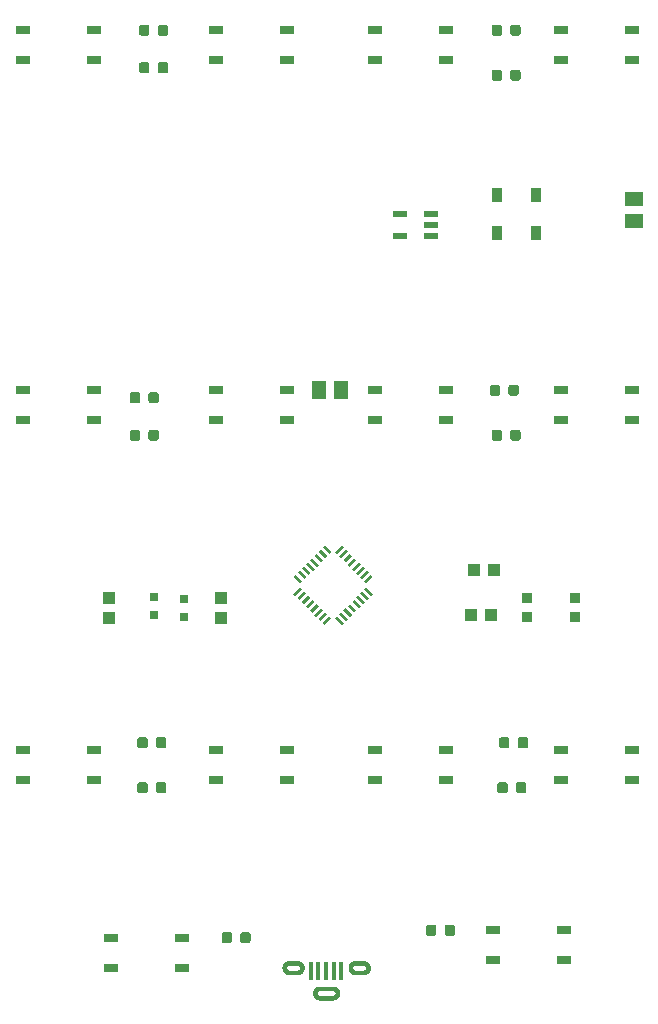
<source format=gbr>
G04 #@! TF.GenerationSoftware,KiCad,Pcbnew,(5.1.5)-3*
G04 #@! TF.CreationDate,2020-03-07T08:42:07-06:00*
G04 #@! TF.ProjectId,DSKY_alarm,44534b59-5f61-46c6-9172-6d2e6b696361,4*
G04 #@! TF.SameCoordinates,Original*
G04 #@! TF.FileFunction,Paste,Top*
G04 #@! TF.FilePolarity,Positive*
%FSLAX46Y46*%
G04 Gerber Fmt 4.6, Leading zero omitted, Abs format (unit mm)*
G04 Created by KiCad (PCBNEW (5.1.5)-3) date 2020-03-07 08:42:07*
%MOMM*%
%LPD*%
G04 APERTURE LIST*
%ADD10C,0.005000*%
%ADD11R,0.450000X1.500000*%
%ADD12R,1.200000X0.800000*%
%ADD13C,0.100000*%
%ADD14R,1.200000X0.550000*%
%ADD15R,1.000000X1.075000*%
%ADD16R,0.900000X0.900000*%
%ADD17R,0.800000X0.800000*%
%ADD18R,0.910000X1.220000*%
%ADD19R,1.500000X1.240000*%
%ADD20R,1.075000X1.000000*%
%ADD21R,1.240000X1.500000*%
G04 APERTURE END LIST*
D10*
G36*
X109220000Y-140330000D02*
G01*
X109220000Y-140030000D01*
X108670000Y-140030000D01*
X108641215Y-140030754D01*
X108612509Y-140033013D01*
X108583961Y-140036771D01*
X108555649Y-140042019D01*
X108527650Y-140048741D01*
X108500041Y-140056919D01*
X108472898Y-140066531D01*
X108446295Y-140077550D01*
X108420305Y-140089946D01*
X108395000Y-140103686D01*
X108370449Y-140118731D01*
X108346718Y-140135041D01*
X108323874Y-140152570D01*
X108301978Y-140171270D01*
X108281091Y-140191091D01*
X108261270Y-140211978D01*
X108242570Y-140233874D01*
X108225041Y-140256718D01*
X108208731Y-140280449D01*
X108193686Y-140305000D01*
X108179946Y-140330305D01*
X108167550Y-140356295D01*
X108156531Y-140382898D01*
X108146919Y-140410041D01*
X108138741Y-140437650D01*
X108132019Y-140465649D01*
X108126771Y-140493961D01*
X108123013Y-140522509D01*
X108120754Y-140551215D01*
X108120000Y-140580000D01*
X108120754Y-140608785D01*
X108123013Y-140637491D01*
X108126771Y-140666039D01*
X108132019Y-140694351D01*
X108138741Y-140722350D01*
X108146919Y-140749959D01*
X108156531Y-140777102D01*
X108167550Y-140803705D01*
X108179946Y-140829695D01*
X108193686Y-140855000D01*
X108208731Y-140879551D01*
X108225041Y-140903282D01*
X108242570Y-140926126D01*
X108261270Y-140948022D01*
X108281091Y-140968909D01*
X108301978Y-140988730D01*
X108323874Y-141007430D01*
X108346718Y-141024959D01*
X108370449Y-141041269D01*
X108395000Y-141056314D01*
X108420305Y-141070054D01*
X108446295Y-141082450D01*
X108472898Y-141093469D01*
X108500041Y-141103081D01*
X108527650Y-141111259D01*
X108555649Y-141117981D01*
X108583961Y-141123229D01*
X108612509Y-141126987D01*
X108641215Y-141129246D01*
X108670000Y-141130000D01*
X109770000Y-141130000D01*
X109798785Y-141129246D01*
X109827491Y-141126987D01*
X109856039Y-141123229D01*
X109884351Y-141117981D01*
X109912350Y-141111259D01*
X109939959Y-141103081D01*
X109967102Y-141093469D01*
X109993705Y-141082450D01*
X110019695Y-141070054D01*
X110045000Y-141056314D01*
X110069551Y-141041269D01*
X110093282Y-141024959D01*
X110116126Y-141007430D01*
X110138022Y-140988730D01*
X110158909Y-140968909D01*
X110178730Y-140948022D01*
X110197430Y-140926126D01*
X110214959Y-140903282D01*
X110231269Y-140879551D01*
X110246314Y-140855000D01*
X110260054Y-140829695D01*
X110272450Y-140803705D01*
X110283469Y-140777102D01*
X110293081Y-140749959D01*
X110301259Y-140722350D01*
X110307981Y-140694351D01*
X110313229Y-140666039D01*
X110316987Y-140637491D01*
X110319246Y-140608785D01*
X110320000Y-140580000D01*
X110319246Y-140551215D01*
X110316987Y-140522509D01*
X110313229Y-140493961D01*
X110307981Y-140465649D01*
X110301259Y-140437650D01*
X110293081Y-140410041D01*
X110283469Y-140382898D01*
X110272450Y-140356295D01*
X110260054Y-140330305D01*
X110246314Y-140305000D01*
X110231269Y-140280449D01*
X110214959Y-140256718D01*
X110197430Y-140233874D01*
X110178730Y-140211978D01*
X110158909Y-140191091D01*
X110138022Y-140171270D01*
X110116126Y-140152570D01*
X110093282Y-140135041D01*
X110069551Y-140118731D01*
X110045000Y-140103686D01*
X110019695Y-140089946D01*
X109993705Y-140077550D01*
X109967102Y-140066531D01*
X109939959Y-140056919D01*
X109912350Y-140048741D01*
X109884351Y-140042019D01*
X109856039Y-140036771D01*
X109827491Y-140033013D01*
X109798785Y-140030754D01*
X109770000Y-140030000D01*
X109220000Y-140030000D01*
X109220000Y-140330000D01*
X109770000Y-140330000D01*
X109783084Y-140330343D01*
X109796132Y-140331370D01*
X109809109Y-140333078D01*
X109821978Y-140335463D01*
X109834705Y-140338519D01*
X109847254Y-140342236D01*
X109859592Y-140346605D01*
X109871684Y-140351614D01*
X109883498Y-140357248D01*
X109895000Y-140363494D01*
X109906160Y-140370332D01*
X109916946Y-140377746D01*
X109927330Y-140385714D01*
X109937283Y-140394214D01*
X109946777Y-140403223D01*
X109955786Y-140412717D01*
X109964286Y-140422670D01*
X109972254Y-140433054D01*
X109979668Y-140443840D01*
X109986506Y-140455000D01*
X109992752Y-140466502D01*
X109998386Y-140478316D01*
X110003395Y-140490408D01*
X110007764Y-140502746D01*
X110011481Y-140515295D01*
X110014537Y-140528022D01*
X110016922Y-140540891D01*
X110018630Y-140553868D01*
X110019657Y-140566916D01*
X110020000Y-140580000D01*
X110019657Y-140593084D01*
X110018630Y-140606132D01*
X110016922Y-140619109D01*
X110014537Y-140631978D01*
X110011481Y-140644705D01*
X110007764Y-140657254D01*
X110003395Y-140669592D01*
X109998386Y-140681684D01*
X109992752Y-140693498D01*
X109986506Y-140705000D01*
X109979668Y-140716160D01*
X109972254Y-140726946D01*
X109964286Y-140737330D01*
X109955786Y-140747283D01*
X109946777Y-140756777D01*
X109937283Y-140765786D01*
X109927330Y-140774286D01*
X109916946Y-140782254D01*
X109906160Y-140789668D01*
X109895000Y-140796506D01*
X109883498Y-140802752D01*
X109871684Y-140808386D01*
X109859592Y-140813395D01*
X109847254Y-140817764D01*
X109834705Y-140821481D01*
X109821978Y-140824537D01*
X109809109Y-140826922D01*
X109796132Y-140828630D01*
X109783084Y-140829657D01*
X109770000Y-140830000D01*
X108670000Y-140830000D01*
X108656916Y-140829657D01*
X108643868Y-140828630D01*
X108630891Y-140826922D01*
X108618022Y-140824537D01*
X108605295Y-140821481D01*
X108592746Y-140817764D01*
X108580408Y-140813395D01*
X108568316Y-140808386D01*
X108556502Y-140802752D01*
X108545000Y-140796506D01*
X108533840Y-140789668D01*
X108523054Y-140782254D01*
X108512670Y-140774286D01*
X108502717Y-140765786D01*
X108493223Y-140756777D01*
X108484214Y-140747283D01*
X108475714Y-140737330D01*
X108467746Y-140726946D01*
X108460332Y-140716160D01*
X108453494Y-140705000D01*
X108447248Y-140693498D01*
X108441614Y-140681684D01*
X108436605Y-140669592D01*
X108432236Y-140657254D01*
X108428519Y-140644705D01*
X108425463Y-140631978D01*
X108423078Y-140619109D01*
X108421370Y-140606132D01*
X108420343Y-140593084D01*
X108420000Y-140580000D01*
X108420343Y-140566916D01*
X108421370Y-140553868D01*
X108423078Y-140540891D01*
X108425463Y-140528022D01*
X108428519Y-140515295D01*
X108432236Y-140502746D01*
X108436605Y-140490408D01*
X108441614Y-140478316D01*
X108447248Y-140466502D01*
X108453494Y-140455000D01*
X108460332Y-140443840D01*
X108467746Y-140433054D01*
X108475714Y-140422670D01*
X108484214Y-140412717D01*
X108493223Y-140403223D01*
X108502717Y-140394214D01*
X108512670Y-140385714D01*
X108523054Y-140377746D01*
X108533840Y-140370332D01*
X108545000Y-140363494D01*
X108556502Y-140357248D01*
X108568316Y-140351614D01*
X108580408Y-140346605D01*
X108592746Y-140342236D01*
X108605295Y-140338519D01*
X108618022Y-140335463D01*
X108630891Y-140333078D01*
X108643868Y-140331370D01*
X108656916Y-140330343D01*
X108670000Y-140330000D01*
X109220000Y-140330000D01*
G37*
X109220000Y-140330000D02*
X109220000Y-140030000D01*
X108670000Y-140030000D01*
X108641215Y-140030754D01*
X108612509Y-140033013D01*
X108583961Y-140036771D01*
X108555649Y-140042019D01*
X108527650Y-140048741D01*
X108500041Y-140056919D01*
X108472898Y-140066531D01*
X108446295Y-140077550D01*
X108420305Y-140089946D01*
X108395000Y-140103686D01*
X108370449Y-140118731D01*
X108346718Y-140135041D01*
X108323874Y-140152570D01*
X108301978Y-140171270D01*
X108281091Y-140191091D01*
X108261270Y-140211978D01*
X108242570Y-140233874D01*
X108225041Y-140256718D01*
X108208731Y-140280449D01*
X108193686Y-140305000D01*
X108179946Y-140330305D01*
X108167550Y-140356295D01*
X108156531Y-140382898D01*
X108146919Y-140410041D01*
X108138741Y-140437650D01*
X108132019Y-140465649D01*
X108126771Y-140493961D01*
X108123013Y-140522509D01*
X108120754Y-140551215D01*
X108120000Y-140580000D01*
X108120754Y-140608785D01*
X108123013Y-140637491D01*
X108126771Y-140666039D01*
X108132019Y-140694351D01*
X108138741Y-140722350D01*
X108146919Y-140749959D01*
X108156531Y-140777102D01*
X108167550Y-140803705D01*
X108179946Y-140829695D01*
X108193686Y-140855000D01*
X108208731Y-140879551D01*
X108225041Y-140903282D01*
X108242570Y-140926126D01*
X108261270Y-140948022D01*
X108281091Y-140968909D01*
X108301978Y-140988730D01*
X108323874Y-141007430D01*
X108346718Y-141024959D01*
X108370449Y-141041269D01*
X108395000Y-141056314D01*
X108420305Y-141070054D01*
X108446295Y-141082450D01*
X108472898Y-141093469D01*
X108500041Y-141103081D01*
X108527650Y-141111259D01*
X108555649Y-141117981D01*
X108583961Y-141123229D01*
X108612509Y-141126987D01*
X108641215Y-141129246D01*
X108670000Y-141130000D01*
X109770000Y-141130000D01*
X109798785Y-141129246D01*
X109827491Y-141126987D01*
X109856039Y-141123229D01*
X109884351Y-141117981D01*
X109912350Y-141111259D01*
X109939959Y-141103081D01*
X109967102Y-141093469D01*
X109993705Y-141082450D01*
X110019695Y-141070054D01*
X110045000Y-141056314D01*
X110069551Y-141041269D01*
X110093282Y-141024959D01*
X110116126Y-141007430D01*
X110138022Y-140988730D01*
X110158909Y-140968909D01*
X110178730Y-140948022D01*
X110197430Y-140926126D01*
X110214959Y-140903282D01*
X110231269Y-140879551D01*
X110246314Y-140855000D01*
X110260054Y-140829695D01*
X110272450Y-140803705D01*
X110283469Y-140777102D01*
X110293081Y-140749959D01*
X110301259Y-140722350D01*
X110307981Y-140694351D01*
X110313229Y-140666039D01*
X110316987Y-140637491D01*
X110319246Y-140608785D01*
X110320000Y-140580000D01*
X110319246Y-140551215D01*
X110316987Y-140522509D01*
X110313229Y-140493961D01*
X110307981Y-140465649D01*
X110301259Y-140437650D01*
X110293081Y-140410041D01*
X110283469Y-140382898D01*
X110272450Y-140356295D01*
X110260054Y-140330305D01*
X110246314Y-140305000D01*
X110231269Y-140280449D01*
X110214959Y-140256718D01*
X110197430Y-140233874D01*
X110178730Y-140211978D01*
X110158909Y-140191091D01*
X110138022Y-140171270D01*
X110116126Y-140152570D01*
X110093282Y-140135041D01*
X110069551Y-140118731D01*
X110045000Y-140103686D01*
X110019695Y-140089946D01*
X109993705Y-140077550D01*
X109967102Y-140066531D01*
X109939959Y-140056919D01*
X109912350Y-140048741D01*
X109884351Y-140042019D01*
X109856039Y-140036771D01*
X109827491Y-140033013D01*
X109798785Y-140030754D01*
X109770000Y-140030000D01*
X109220000Y-140030000D01*
X109220000Y-140330000D01*
X109770000Y-140330000D01*
X109783084Y-140330343D01*
X109796132Y-140331370D01*
X109809109Y-140333078D01*
X109821978Y-140335463D01*
X109834705Y-140338519D01*
X109847254Y-140342236D01*
X109859592Y-140346605D01*
X109871684Y-140351614D01*
X109883498Y-140357248D01*
X109895000Y-140363494D01*
X109906160Y-140370332D01*
X109916946Y-140377746D01*
X109927330Y-140385714D01*
X109937283Y-140394214D01*
X109946777Y-140403223D01*
X109955786Y-140412717D01*
X109964286Y-140422670D01*
X109972254Y-140433054D01*
X109979668Y-140443840D01*
X109986506Y-140455000D01*
X109992752Y-140466502D01*
X109998386Y-140478316D01*
X110003395Y-140490408D01*
X110007764Y-140502746D01*
X110011481Y-140515295D01*
X110014537Y-140528022D01*
X110016922Y-140540891D01*
X110018630Y-140553868D01*
X110019657Y-140566916D01*
X110020000Y-140580000D01*
X110019657Y-140593084D01*
X110018630Y-140606132D01*
X110016922Y-140619109D01*
X110014537Y-140631978D01*
X110011481Y-140644705D01*
X110007764Y-140657254D01*
X110003395Y-140669592D01*
X109998386Y-140681684D01*
X109992752Y-140693498D01*
X109986506Y-140705000D01*
X109979668Y-140716160D01*
X109972254Y-140726946D01*
X109964286Y-140737330D01*
X109955786Y-140747283D01*
X109946777Y-140756777D01*
X109937283Y-140765786D01*
X109927330Y-140774286D01*
X109916946Y-140782254D01*
X109906160Y-140789668D01*
X109895000Y-140796506D01*
X109883498Y-140802752D01*
X109871684Y-140808386D01*
X109859592Y-140813395D01*
X109847254Y-140817764D01*
X109834705Y-140821481D01*
X109821978Y-140824537D01*
X109809109Y-140826922D01*
X109796132Y-140828630D01*
X109783084Y-140829657D01*
X109770000Y-140830000D01*
X108670000Y-140830000D01*
X108656916Y-140829657D01*
X108643868Y-140828630D01*
X108630891Y-140826922D01*
X108618022Y-140824537D01*
X108605295Y-140821481D01*
X108592746Y-140817764D01*
X108580408Y-140813395D01*
X108568316Y-140808386D01*
X108556502Y-140802752D01*
X108545000Y-140796506D01*
X108533840Y-140789668D01*
X108523054Y-140782254D01*
X108512670Y-140774286D01*
X108502717Y-140765786D01*
X108493223Y-140756777D01*
X108484214Y-140747283D01*
X108475714Y-140737330D01*
X108467746Y-140726946D01*
X108460332Y-140716160D01*
X108453494Y-140705000D01*
X108447248Y-140693498D01*
X108441614Y-140681684D01*
X108436605Y-140669592D01*
X108432236Y-140657254D01*
X108428519Y-140644705D01*
X108425463Y-140631978D01*
X108423078Y-140619109D01*
X108421370Y-140606132D01*
X108420343Y-140593084D01*
X108420000Y-140580000D01*
X108420343Y-140566916D01*
X108421370Y-140553868D01*
X108423078Y-140540891D01*
X108425463Y-140528022D01*
X108428519Y-140515295D01*
X108432236Y-140502746D01*
X108436605Y-140490408D01*
X108441614Y-140478316D01*
X108447248Y-140466502D01*
X108453494Y-140455000D01*
X108460332Y-140443840D01*
X108467746Y-140433054D01*
X108475714Y-140422670D01*
X108484214Y-140412717D01*
X108493223Y-140403223D01*
X108502717Y-140394214D01*
X108512670Y-140385714D01*
X108523054Y-140377746D01*
X108533840Y-140370332D01*
X108545000Y-140363494D01*
X108556502Y-140357248D01*
X108568316Y-140351614D01*
X108580408Y-140346605D01*
X108592746Y-140342236D01*
X108605295Y-140338519D01*
X108618022Y-140335463D01*
X108630891Y-140333078D01*
X108643868Y-140331370D01*
X108656916Y-140330343D01*
X108670000Y-140330000D01*
X109220000Y-140330000D01*
G36*
X111420000Y-138430000D02*
G01*
X111420343Y-138443084D01*
X111421370Y-138456132D01*
X111423078Y-138469109D01*
X111425463Y-138481978D01*
X111428519Y-138494705D01*
X111432236Y-138507254D01*
X111436605Y-138519592D01*
X111441614Y-138531684D01*
X111447248Y-138543498D01*
X111453494Y-138555000D01*
X111460332Y-138566160D01*
X111467746Y-138576946D01*
X111475714Y-138587330D01*
X111484214Y-138597283D01*
X111493223Y-138606777D01*
X111502717Y-138615786D01*
X111512670Y-138624286D01*
X111523054Y-138632254D01*
X111533840Y-138639668D01*
X111545000Y-138646506D01*
X111556502Y-138652752D01*
X111568316Y-138658386D01*
X111580408Y-138663395D01*
X111592746Y-138667764D01*
X111605295Y-138671481D01*
X111618022Y-138674537D01*
X111630891Y-138676922D01*
X111643868Y-138678630D01*
X111656916Y-138679657D01*
X111670000Y-138680000D01*
X112370000Y-138680000D01*
X112383084Y-138679657D01*
X112396132Y-138678630D01*
X112409109Y-138676922D01*
X112421978Y-138674537D01*
X112434705Y-138671481D01*
X112447254Y-138667764D01*
X112459592Y-138663395D01*
X112471684Y-138658386D01*
X112483498Y-138652752D01*
X112495000Y-138646506D01*
X112506160Y-138639668D01*
X112516946Y-138632254D01*
X112527330Y-138624286D01*
X112537283Y-138615786D01*
X112546777Y-138606777D01*
X112555786Y-138597283D01*
X112564286Y-138587330D01*
X112572254Y-138576946D01*
X112579668Y-138566160D01*
X112586506Y-138555000D01*
X112592752Y-138543498D01*
X112598386Y-138531684D01*
X112603395Y-138519592D01*
X112607764Y-138507254D01*
X112611481Y-138494705D01*
X112614537Y-138481978D01*
X112616922Y-138469109D01*
X112618630Y-138456132D01*
X112619657Y-138443084D01*
X112620000Y-138430000D01*
X112619657Y-138416916D01*
X112618630Y-138403868D01*
X112616922Y-138390891D01*
X112614537Y-138378022D01*
X112611481Y-138365295D01*
X112607764Y-138352746D01*
X112603395Y-138340408D01*
X112598386Y-138328316D01*
X112592752Y-138316502D01*
X112586506Y-138305000D01*
X112579668Y-138293840D01*
X112572254Y-138283054D01*
X112564286Y-138272670D01*
X112555786Y-138262717D01*
X112546777Y-138253223D01*
X112537283Y-138244214D01*
X112527330Y-138235714D01*
X112516946Y-138227746D01*
X112506160Y-138220332D01*
X112495000Y-138213494D01*
X112483498Y-138207248D01*
X112471684Y-138201614D01*
X112459592Y-138196605D01*
X112447254Y-138192236D01*
X112434705Y-138188519D01*
X112421978Y-138185463D01*
X112409109Y-138183078D01*
X112396132Y-138181370D01*
X112383084Y-138180343D01*
X112370000Y-138180000D01*
X112020000Y-138180000D01*
X112020000Y-137880000D01*
X112370000Y-137880000D01*
X112398785Y-137880754D01*
X112427491Y-137883013D01*
X112456039Y-137886771D01*
X112484351Y-137892019D01*
X112512350Y-137898741D01*
X112539959Y-137906919D01*
X112567102Y-137916531D01*
X112593705Y-137927550D01*
X112619695Y-137939946D01*
X112645000Y-137953686D01*
X112669551Y-137968731D01*
X112693282Y-137985041D01*
X112716126Y-138002570D01*
X112738022Y-138021270D01*
X112758909Y-138041091D01*
X112778730Y-138061978D01*
X112797430Y-138083874D01*
X112814959Y-138106718D01*
X112831269Y-138130449D01*
X112846314Y-138155000D01*
X112860054Y-138180305D01*
X112872450Y-138206295D01*
X112883469Y-138232898D01*
X112893081Y-138260041D01*
X112901259Y-138287650D01*
X112907981Y-138315649D01*
X112913229Y-138343961D01*
X112916987Y-138372509D01*
X112919246Y-138401215D01*
X112920000Y-138430000D01*
X112919246Y-138458785D01*
X112916987Y-138487491D01*
X112913229Y-138516039D01*
X112907981Y-138544351D01*
X112901259Y-138572350D01*
X112893081Y-138599959D01*
X112883469Y-138627102D01*
X112872450Y-138653705D01*
X112860054Y-138679695D01*
X112846314Y-138705000D01*
X112831269Y-138729551D01*
X112814959Y-138753282D01*
X112797430Y-138776126D01*
X112778730Y-138798022D01*
X112758909Y-138818909D01*
X112738022Y-138838730D01*
X112716126Y-138857430D01*
X112693282Y-138874959D01*
X112669551Y-138891269D01*
X112645000Y-138906314D01*
X112619695Y-138920054D01*
X112593705Y-138932450D01*
X112567102Y-138943469D01*
X112539959Y-138953081D01*
X112512350Y-138961259D01*
X112484351Y-138967981D01*
X112456039Y-138973229D01*
X112427491Y-138976987D01*
X112398785Y-138979246D01*
X112370000Y-138980000D01*
X111670000Y-138980000D01*
X111641215Y-138979246D01*
X111612509Y-138976987D01*
X111583961Y-138973229D01*
X111555649Y-138967981D01*
X111527650Y-138961259D01*
X111500041Y-138953081D01*
X111472898Y-138943469D01*
X111446295Y-138932450D01*
X111420305Y-138920054D01*
X111395000Y-138906314D01*
X111370449Y-138891269D01*
X111346718Y-138874959D01*
X111323874Y-138857430D01*
X111301978Y-138838730D01*
X111281091Y-138818909D01*
X111261270Y-138798022D01*
X111242570Y-138776126D01*
X111225041Y-138753282D01*
X111208731Y-138729551D01*
X111193686Y-138705000D01*
X111179946Y-138679695D01*
X111167550Y-138653705D01*
X111156531Y-138627102D01*
X111146919Y-138599959D01*
X111138741Y-138572350D01*
X111132019Y-138544351D01*
X111126771Y-138516039D01*
X111123013Y-138487491D01*
X111120754Y-138458785D01*
X111120000Y-138430000D01*
X111120754Y-138401215D01*
X111123013Y-138372509D01*
X111126771Y-138343961D01*
X111132019Y-138315649D01*
X111138741Y-138287650D01*
X111146919Y-138260041D01*
X111156531Y-138232898D01*
X111167550Y-138206295D01*
X111179946Y-138180305D01*
X111193686Y-138155000D01*
X111208731Y-138130449D01*
X111225041Y-138106718D01*
X111242570Y-138083874D01*
X111261270Y-138061978D01*
X111281091Y-138041091D01*
X111301978Y-138021270D01*
X111323874Y-138002570D01*
X111346718Y-137985041D01*
X111370449Y-137968731D01*
X111395000Y-137953686D01*
X111420305Y-137939946D01*
X111446295Y-137927550D01*
X111472898Y-137916531D01*
X111500041Y-137906919D01*
X111527650Y-137898741D01*
X111555649Y-137892019D01*
X111583961Y-137886771D01*
X111612509Y-137883013D01*
X111641215Y-137880754D01*
X111670000Y-137880000D01*
X112020000Y-137880000D01*
X112020000Y-138180000D01*
X111670000Y-138180000D01*
X111656916Y-138180343D01*
X111643868Y-138181370D01*
X111630891Y-138183078D01*
X111618022Y-138185463D01*
X111605295Y-138188519D01*
X111592746Y-138192236D01*
X111580408Y-138196605D01*
X111568316Y-138201614D01*
X111556502Y-138207248D01*
X111545000Y-138213494D01*
X111533840Y-138220332D01*
X111523054Y-138227746D01*
X111512670Y-138235714D01*
X111502717Y-138244214D01*
X111493223Y-138253223D01*
X111484214Y-138262717D01*
X111475714Y-138272670D01*
X111467746Y-138283054D01*
X111460332Y-138293840D01*
X111453494Y-138305000D01*
X111447248Y-138316502D01*
X111441614Y-138328316D01*
X111436605Y-138340408D01*
X111432236Y-138352746D01*
X111428519Y-138365295D01*
X111425463Y-138378022D01*
X111423078Y-138390891D01*
X111421370Y-138403868D01*
X111420343Y-138416916D01*
X111420000Y-138430000D01*
G37*
X111420000Y-138430000D02*
X111420343Y-138443084D01*
X111421370Y-138456132D01*
X111423078Y-138469109D01*
X111425463Y-138481978D01*
X111428519Y-138494705D01*
X111432236Y-138507254D01*
X111436605Y-138519592D01*
X111441614Y-138531684D01*
X111447248Y-138543498D01*
X111453494Y-138555000D01*
X111460332Y-138566160D01*
X111467746Y-138576946D01*
X111475714Y-138587330D01*
X111484214Y-138597283D01*
X111493223Y-138606777D01*
X111502717Y-138615786D01*
X111512670Y-138624286D01*
X111523054Y-138632254D01*
X111533840Y-138639668D01*
X111545000Y-138646506D01*
X111556502Y-138652752D01*
X111568316Y-138658386D01*
X111580408Y-138663395D01*
X111592746Y-138667764D01*
X111605295Y-138671481D01*
X111618022Y-138674537D01*
X111630891Y-138676922D01*
X111643868Y-138678630D01*
X111656916Y-138679657D01*
X111670000Y-138680000D01*
X112370000Y-138680000D01*
X112383084Y-138679657D01*
X112396132Y-138678630D01*
X112409109Y-138676922D01*
X112421978Y-138674537D01*
X112434705Y-138671481D01*
X112447254Y-138667764D01*
X112459592Y-138663395D01*
X112471684Y-138658386D01*
X112483498Y-138652752D01*
X112495000Y-138646506D01*
X112506160Y-138639668D01*
X112516946Y-138632254D01*
X112527330Y-138624286D01*
X112537283Y-138615786D01*
X112546777Y-138606777D01*
X112555786Y-138597283D01*
X112564286Y-138587330D01*
X112572254Y-138576946D01*
X112579668Y-138566160D01*
X112586506Y-138555000D01*
X112592752Y-138543498D01*
X112598386Y-138531684D01*
X112603395Y-138519592D01*
X112607764Y-138507254D01*
X112611481Y-138494705D01*
X112614537Y-138481978D01*
X112616922Y-138469109D01*
X112618630Y-138456132D01*
X112619657Y-138443084D01*
X112620000Y-138430000D01*
X112619657Y-138416916D01*
X112618630Y-138403868D01*
X112616922Y-138390891D01*
X112614537Y-138378022D01*
X112611481Y-138365295D01*
X112607764Y-138352746D01*
X112603395Y-138340408D01*
X112598386Y-138328316D01*
X112592752Y-138316502D01*
X112586506Y-138305000D01*
X112579668Y-138293840D01*
X112572254Y-138283054D01*
X112564286Y-138272670D01*
X112555786Y-138262717D01*
X112546777Y-138253223D01*
X112537283Y-138244214D01*
X112527330Y-138235714D01*
X112516946Y-138227746D01*
X112506160Y-138220332D01*
X112495000Y-138213494D01*
X112483498Y-138207248D01*
X112471684Y-138201614D01*
X112459592Y-138196605D01*
X112447254Y-138192236D01*
X112434705Y-138188519D01*
X112421978Y-138185463D01*
X112409109Y-138183078D01*
X112396132Y-138181370D01*
X112383084Y-138180343D01*
X112370000Y-138180000D01*
X112020000Y-138180000D01*
X112020000Y-137880000D01*
X112370000Y-137880000D01*
X112398785Y-137880754D01*
X112427491Y-137883013D01*
X112456039Y-137886771D01*
X112484351Y-137892019D01*
X112512350Y-137898741D01*
X112539959Y-137906919D01*
X112567102Y-137916531D01*
X112593705Y-137927550D01*
X112619695Y-137939946D01*
X112645000Y-137953686D01*
X112669551Y-137968731D01*
X112693282Y-137985041D01*
X112716126Y-138002570D01*
X112738022Y-138021270D01*
X112758909Y-138041091D01*
X112778730Y-138061978D01*
X112797430Y-138083874D01*
X112814959Y-138106718D01*
X112831269Y-138130449D01*
X112846314Y-138155000D01*
X112860054Y-138180305D01*
X112872450Y-138206295D01*
X112883469Y-138232898D01*
X112893081Y-138260041D01*
X112901259Y-138287650D01*
X112907981Y-138315649D01*
X112913229Y-138343961D01*
X112916987Y-138372509D01*
X112919246Y-138401215D01*
X112920000Y-138430000D01*
X112919246Y-138458785D01*
X112916987Y-138487491D01*
X112913229Y-138516039D01*
X112907981Y-138544351D01*
X112901259Y-138572350D01*
X112893081Y-138599959D01*
X112883469Y-138627102D01*
X112872450Y-138653705D01*
X112860054Y-138679695D01*
X112846314Y-138705000D01*
X112831269Y-138729551D01*
X112814959Y-138753282D01*
X112797430Y-138776126D01*
X112778730Y-138798022D01*
X112758909Y-138818909D01*
X112738022Y-138838730D01*
X112716126Y-138857430D01*
X112693282Y-138874959D01*
X112669551Y-138891269D01*
X112645000Y-138906314D01*
X112619695Y-138920054D01*
X112593705Y-138932450D01*
X112567102Y-138943469D01*
X112539959Y-138953081D01*
X112512350Y-138961259D01*
X112484351Y-138967981D01*
X112456039Y-138973229D01*
X112427491Y-138976987D01*
X112398785Y-138979246D01*
X112370000Y-138980000D01*
X111670000Y-138980000D01*
X111641215Y-138979246D01*
X111612509Y-138976987D01*
X111583961Y-138973229D01*
X111555649Y-138967981D01*
X111527650Y-138961259D01*
X111500041Y-138953081D01*
X111472898Y-138943469D01*
X111446295Y-138932450D01*
X111420305Y-138920054D01*
X111395000Y-138906314D01*
X111370449Y-138891269D01*
X111346718Y-138874959D01*
X111323874Y-138857430D01*
X111301978Y-138838730D01*
X111281091Y-138818909D01*
X111261270Y-138798022D01*
X111242570Y-138776126D01*
X111225041Y-138753282D01*
X111208731Y-138729551D01*
X111193686Y-138705000D01*
X111179946Y-138679695D01*
X111167550Y-138653705D01*
X111156531Y-138627102D01*
X111146919Y-138599959D01*
X111138741Y-138572350D01*
X111132019Y-138544351D01*
X111126771Y-138516039D01*
X111123013Y-138487491D01*
X111120754Y-138458785D01*
X111120000Y-138430000D01*
X111120754Y-138401215D01*
X111123013Y-138372509D01*
X111126771Y-138343961D01*
X111132019Y-138315649D01*
X111138741Y-138287650D01*
X111146919Y-138260041D01*
X111156531Y-138232898D01*
X111167550Y-138206295D01*
X111179946Y-138180305D01*
X111193686Y-138155000D01*
X111208731Y-138130449D01*
X111225041Y-138106718D01*
X111242570Y-138083874D01*
X111261270Y-138061978D01*
X111281091Y-138041091D01*
X111301978Y-138021270D01*
X111323874Y-138002570D01*
X111346718Y-137985041D01*
X111370449Y-137968731D01*
X111395000Y-137953686D01*
X111420305Y-137939946D01*
X111446295Y-137927550D01*
X111472898Y-137916531D01*
X111500041Y-137906919D01*
X111527650Y-137898741D01*
X111555649Y-137892019D01*
X111583961Y-137886771D01*
X111612509Y-137883013D01*
X111641215Y-137880754D01*
X111670000Y-137880000D01*
X112020000Y-137880000D01*
X112020000Y-138180000D01*
X111670000Y-138180000D01*
X111656916Y-138180343D01*
X111643868Y-138181370D01*
X111630891Y-138183078D01*
X111618022Y-138185463D01*
X111605295Y-138188519D01*
X111592746Y-138192236D01*
X111580408Y-138196605D01*
X111568316Y-138201614D01*
X111556502Y-138207248D01*
X111545000Y-138213494D01*
X111533840Y-138220332D01*
X111523054Y-138227746D01*
X111512670Y-138235714D01*
X111502717Y-138244214D01*
X111493223Y-138253223D01*
X111484214Y-138262717D01*
X111475714Y-138272670D01*
X111467746Y-138283054D01*
X111460332Y-138293840D01*
X111453494Y-138305000D01*
X111447248Y-138316502D01*
X111441614Y-138328316D01*
X111436605Y-138340408D01*
X111432236Y-138352746D01*
X111428519Y-138365295D01*
X111425463Y-138378022D01*
X111423078Y-138390891D01*
X111421370Y-138403868D01*
X111420343Y-138416916D01*
X111420000Y-138430000D01*
G36*
X105820000Y-138430000D02*
G01*
X105820343Y-138443084D01*
X105821370Y-138456132D01*
X105823078Y-138469109D01*
X105825463Y-138481978D01*
X105828519Y-138494705D01*
X105832236Y-138507254D01*
X105836605Y-138519592D01*
X105841614Y-138531684D01*
X105847248Y-138543498D01*
X105853494Y-138555000D01*
X105860332Y-138566160D01*
X105867746Y-138576946D01*
X105875714Y-138587330D01*
X105884214Y-138597283D01*
X105893223Y-138606777D01*
X105902717Y-138615786D01*
X105912670Y-138624286D01*
X105923054Y-138632254D01*
X105933840Y-138639668D01*
X105945000Y-138646506D01*
X105956502Y-138652752D01*
X105968316Y-138658386D01*
X105980408Y-138663395D01*
X105992746Y-138667764D01*
X106005295Y-138671481D01*
X106018022Y-138674537D01*
X106030891Y-138676922D01*
X106043868Y-138678630D01*
X106056916Y-138679657D01*
X106070000Y-138680000D01*
X106770000Y-138680000D01*
X106783084Y-138679657D01*
X106796132Y-138678630D01*
X106809109Y-138676922D01*
X106821978Y-138674537D01*
X106834705Y-138671481D01*
X106847254Y-138667764D01*
X106859592Y-138663395D01*
X106871684Y-138658386D01*
X106883498Y-138652752D01*
X106895000Y-138646506D01*
X106906160Y-138639668D01*
X106916946Y-138632254D01*
X106927330Y-138624286D01*
X106937283Y-138615786D01*
X106946777Y-138606777D01*
X106955786Y-138597283D01*
X106964286Y-138587330D01*
X106972254Y-138576946D01*
X106979668Y-138566160D01*
X106986506Y-138555000D01*
X106992752Y-138543498D01*
X106998386Y-138531684D01*
X107003395Y-138519592D01*
X107007764Y-138507254D01*
X107011481Y-138494705D01*
X107014537Y-138481978D01*
X107016922Y-138469109D01*
X107018630Y-138456132D01*
X107019657Y-138443084D01*
X107020000Y-138430000D01*
X107019657Y-138416916D01*
X107018630Y-138403868D01*
X107016922Y-138390891D01*
X107014537Y-138378022D01*
X107011481Y-138365295D01*
X107007764Y-138352746D01*
X107003395Y-138340408D01*
X106998386Y-138328316D01*
X106992752Y-138316502D01*
X106986506Y-138305000D01*
X106979668Y-138293840D01*
X106972254Y-138283054D01*
X106964286Y-138272670D01*
X106955786Y-138262717D01*
X106946777Y-138253223D01*
X106937283Y-138244214D01*
X106927330Y-138235714D01*
X106916946Y-138227746D01*
X106906160Y-138220332D01*
X106895000Y-138213494D01*
X106883498Y-138207248D01*
X106871684Y-138201614D01*
X106859592Y-138196605D01*
X106847254Y-138192236D01*
X106834705Y-138188519D01*
X106821978Y-138185463D01*
X106809109Y-138183078D01*
X106796132Y-138181370D01*
X106783084Y-138180343D01*
X106770000Y-138180000D01*
X106420000Y-138180000D01*
X106420000Y-137880000D01*
X106770000Y-137880000D01*
X106798785Y-137880754D01*
X106827491Y-137883013D01*
X106856039Y-137886771D01*
X106884351Y-137892019D01*
X106912350Y-137898741D01*
X106939959Y-137906919D01*
X106967102Y-137916531D01*
X106993705Y-137927550D01*
X107019695Y-137939946D01*
X107045000Y-137953686D01*
X107069551Y-137968731D01*
X107093282Y-137985041D01*
X107116126Y-138002570D01*
X107138022Y-138021270D01*
X107158909Y-138041091D01*
X107178730Y-138061978D01*
X107197430Y-138083874D01*
X107214959Y-138106718D01*
X107231269Y-138130449D01*
X107246314Y-138155000D01*
X107260054Y-138180305D01*
X107272450Y-138206295D01*
X107283469Y-138232898D01*
X107293081Y-138260041D01*
X107301259Y-138287650D01*
X107307981Y-138315649D01*
X107313229Y-138343961D01*
X107316987Y-138372509D01*
X107319246Y-138401215D01*
X107320000Y-138430000D01*
X107319246Y-138458785D01*
X107316987Y-138487491D01*
X107313229Y-138516039D01*
X107307981Y-138544351D01*
X107301259Y-138572350D01*
X107293081Y-138599959D01*
X107283469Y-138627102D01*
X107272450Y-138653705D01*
X107260054Y-138679695D01*
X107246314Y-138705000D01*
X107231269Y-138729551D01*
X107214959Y-138753282D01*
X107197430Y-138776126D01*
X107178730Y-138798022D01*
X107158909Y-138818909D01*
X107138022Y-138838730D01*
X107116126Y-138857430D01*
X107093282Y-138874959D01*
X107069551Y-138891269D01*
X107045000Y-138906314D01*
X107019695Y-138920054D01*
X106993705Y-138932450D01*
X106967102Y-138943469D01*
X106939959Y-138953081D01*
X106912350Y-138961259D01*
X106884351Y-138967981D01*
X106856039Y-138973229D01*
X106827491Y-138976987D01*
X106798785Y-138979246D01*
X106770000Y-138980000D01*
X106070000Y-138980000D01*
X106041215Y-138979246D01*
X106012509Y-138976987D01*
X105983961Y-138973229D01*
X105955649Y-138967981D01*
X105927650Y-138961259D01*
X105900041Y-138953081D01*
X105872898Y-138943469D01*
X105846295Y-138932450D01*
X105820305Y-138920054D01*
X105795000Y-138906314D01*
X105770449Y-138891269D01*
X105746718Y-138874959D01*
X105723874Y-138857430D01*
X105701978Y-138838730D01*
X105681091Y-138818909D01*
X105661270Y-138798022D01*
X105642570Y-138776126D01*
X105625041Y-138753282D01*
X105608731Y-138729551D01*
X105593686Y-138705000D01*
X105579946Y-138679695D01*
X105567550Y-138653705D01*
X105556531Y-138627102D01*
X105546919Y-138599959D01*
X105538741Y-138572350D01*
X105532019Y-138544351D01*
X105526771Y-138516039D01*
X105523013Y-138487491D01*
X105520754Y-138458785D01*
X105520000Y-138430000D01*
X105520754Y-138401215D01*
X105523013Y-138372509D01*
X105526771Y-138343961D01*
X105532019Y-138315649D01*
X105538741Y-138287650D01*
X105546919Y-138260041D01*
X105556531Y-138232898D01*
X105567550Y-138206295D01*
X105579946Y-138180305D01*
X105593686Y-138155000D01*
X105608731Y-138130449D01*
X105625041Y-138106718D01*
X105642570Y-138083874D01*
X105661270Y-138061978D01*
X105681091Y-138041091D01*
X105701978Y-138021270D01*
X105723874Y-138002570D01*
X105746718Y-137985041D01*
X105770449Y-137968731D01*
X105795000Y-137953686D01*
X105820305Y-137939946D01*
X105846295Y-137927550D01*
X105872898Y-137916531D01*
X105900041Y-137906919D01*
X105927650Y-137898741D01*
X105955649Y-137892019D01*
X105983961Y-137886771D01*
X106012509Y-137883013D01*
X106041215Y-137880754D01*
X106070000Y-137880000D01*
X106420000Y-137880000D01*
X106420000Y-138180000D01*
X106070000Y-138180000D01*
X106056916Y-138180343D01*
X106043868Y-138181370D01*
X106030891Y-138183078D01*
X106018022Y-138185463D01*
X106005295Y-138188519D01*
X105992746Y-138192236D01*
X105980408Y-138196605D01*
X105968316Y-138201614D01*
X105956502Y-138207248D01*
X105945000Y-138213494D01*
X105933840Y-138220332D01*
X105923054Y-138227746D01*
X105912670Y-138235714D01*
X105902717Y-138244214D01*
X105893223Y-138253223D01*
X105884214Y-138262717D01*
X105875714Y-138272670D01*
X105867746Y-138283054D01*
X105860332Y-138293840D01*
X105853494Y-138305000D01*
X105847248Y-138316502D01*
X105841614Y-138328316D01*
X105836605Y-138340408D01*
X105832236Y-138352746D01*
X105828519Y-138365295D01*
X105825463Y-138378022D01*
X105823078Y-138390891D01*
X105821370Y-138403868D01*
X105820343Y-138416916D01*
X105820000Y-138430000D01*
G37*
X105820000Y-138430000D02*
X105820343Y-138443084D01*
X105821370Y-138456132D01*
X105823078Y-138469109D01*
X105825463Y-138481978D01*
X105828519Y-138494705D01*
X105832236Y-138507254D01*
X105836605Y-138519592D01*
X105841614Y-138531684D01*
X105847248Y-138543498D01*
X105853494Y-138555000D01*
X105860332Y-138566160D01*
X105867746Y-138576946D01*
X105875714Y-138587330D01*
X105884214Y-138597283D01*
X105893223Y-138606777D01*
X105902717Y-138615786D01*
X105912670Y-138624286D01*
X105923054Y-138632254D01*
X105933840Y-138639668D01*
X105945000Y-138646506D01*
X105956502Y-138652752D01*
X105968316Y-138658386D01*
X105980408Y-138663395D01*
X105992746Y-138667764D01*
X106005295Y-138671481D01*
X106018022Y-138674537D01*
X106030891Y-138676922D01*
X106043868Y-138678630D01*
X106056916Y-138679657D01*
X106070000Y-138680000D01*
X106770000Y-138680000D01*
X106783084Y-138679657D01*
X106796132Y-138678630D01*
X106809109Y-138676922D01*
X106821978Y-138674537D01*
X106834705Y-138671481D01*
X106847254Y-138667764D01*
X106859592Y-138663395D01*
X106871684Y-138658386D01*
X106883498Y-138652752D01*
X106895000Y-138646506D01*
X106906160Y-138639668D01*
X106916946Y-138632254D01*
X106927330Y-138624286D01*
X106937283Y-138615786D01*
X106946777Y-138606777D01*
X106955786Y-138597283D01*
X106964286Y-138587330D01*
X106972254Y-138576946D01*
X106979668Y-138566160D01*
X106986506Y-138555000D01*
X106992752Y-138543498D01*
X106998386Y-138531684D01*
X107003395Y-138519592D01*
X107007764Y-138507254D01*
X107011481Y-138494705D01*
X107014537Y-138481978D01*
X107016922Y-138469109D01*
X107018630Y-138456132D01*
X107019657Y-138443084D01*
X107020000Y-138430000D01*
X107019657Y-138416916D01*
X107018630Y-138403868D01*
X107016922Y-138390891D01*
X107014537Y-138378022D01*
X107011481Y-138365295D01*
X107007764Y-138352746D01*
X107003395Y-138340408D01*
X106998386Y-138328316D01*
X106992752Y-138316502D01*
X106986506Y-138305000D01*
X106979668Y-138293840D01*
X106972254Y-138283054D01*
X106964286Y-138272670D01*
X106955786Y-138262717D01*
X106946777Y-138253223D01*
X106937283Y-138244214D01*
X106927330Y-138235714D01*
X106916946Y-138227746D01*
X106906160Y-138220332D01*
X106895000Y-138213494D01*
X106883498Y-138207248D01*
X106871684Y-138201614D01*
X106859592Y-138196605D01*
X106847254Y-138192236D01*
X106834705Y-138188519D01*
X106821978Y-138185463D01*
X106809109Y-138183078D01*
X106796132Y-138181370D01*
X106783084Y-138180343D01*
X106770000Y-138180000D01*
X106420000Y-138180000D01*
X106420000Y-137880000D01*
X106770000Y-137880000D01*
X106798785Y-137880754D01*
X106827491Y-137883013D01*
X106856039Y-137886771D01*
X106884351Y-137892019D01*
X106912350Y-137898741D01*
X106939959Y-137906919D01*
X106967102Y-137916531D01*
X106993705Y-137927550D01*
X107019695Y-137939946D01*
X107045000Y-137953686D01*
X107069551Y-137968731D01*
X107093282Y-137985041D01*
X107116126Y-138002570D01*
X107138022Y-138021270D01*
X107158909Y-138041091D01*
X107178730Y-138061978D01*
X107197430Y-138083874D01*
X107214959Y-138106718D01*
X107231269Y-138130449D01*
X107246314Y-138155000D01*
X107260054Y-138180305D01*
X107272450Y-138206295D01*
X107283469Y-138232898D01*
X107293081Y-138260041D01*
X107301259Y-138287650D01*
X107307981Y-138315649D01*
X107313229Y-138343961D01*
X107316987Y-138372509D01*
X107319246Y-138401215D01*
X107320000Y-138430000D01*
X107319246Y-138458785D01*
X107316987Y-138487491D01*
X107313229Y-138516039D01*
X107307981Y-138544351D01*
X107301259Y-138572350D01*
X107293081Y-138599959D01*
X107283469Y-138627102D01*
X107272450Y-138653705D01*
X107260054Y-138679695D01*
X107246314Y-138705000D01*
X107231269Y-138729551D01*
X107214959Y-138753282D01*
X107197430Y-138776126D01*
X107178730Y-138798022D01*
X107158909Y-138818909D01*
X107138022Y-138838730D01*
X107116126Y-138857430D01*
X107093282Y-138874959D01*
X107069551Y-138891269D01*
X107045000Y-138906314D01*
X107019695Y-138920054D01*
X106993705Y-138932450D01*
X106967102Y-138943469D01*
X106939959Y-138953081D01*
X106912350Y-138961259D01*
X106884351Y-138967981D01*
X106856039Y-138973229D01*
X106827491Y-138976987D01*
X106798785Y-138979246D01*
X106770000Y-138980000D01*
X106070000Y-138980000D01*
X106041215Y-138979246D01*
X106012509Y-138976987D01*
X105983961Y-138973229D01*
X105955649Y-138967981D01*
X105927650Y-138961259D01*
X105900041Y-138953081D01*
X105872898Y-138943469D01*
X105846295Y-138932450D01*
X105820305Y-138920054D01*
X105795000Y-138906314D01*
X105770449Y-138891269D01*
X105746718Y-138874959D01*
X105723874Y-138857430D01*
X105701978Y-138838730D01*
X105681091Y-138818909D01*
X105661270Y-138798022D01*
X105642570Y-138776126D01*
X105625041Y-138753282D01*
X105608731Y-138729551D01*
X105593686Y-138705000D01*
X105579946Y-138679695D01*
X105567550Y-138653705D01*
X105556531Y-138627102D01*
X105546919Y-138599959D01*
X105538741Y-138572350D01*
X105532019Y-138544351D01*
X105526771Y-138516039D01*
X105523013Y-138487491D01*
X105520754Y-138458785D01*
X105520000Y-138430000D01*
X105520754Y-138401215D01*
X105523013Y-138372509D01*
X105526771Y-138343961D01*
X105532019Y-138315649D01*
X105538741Y-138287650D01*
X105546919Y-138260041D01*
X105556531Y-138232898D01*
X105567550Y-138206295D01*
X105579946Y-138180305D01*
X105593686Y-138155000D01*
X105608731Y-138130449D01*
X105625041Y-138106718D01*
X105642570Y-138083874D01*
X105661270Y-138061978D01*
X105681091Y-138041091D01*
X105701978Y-138021270D01*
X105723874Y-138002570D01*
X105746718Y-137985041D01*
X105770449Y-137968731D01*
X105795000Y-137953686D01*
X105820305Y-137939946D01*
X105846295Y-137927550D01*
X105872898Y-137916531D01*
X105900041Y-137906919D01*
X105927650Y-137898741D01*
X105955649Y-137892019D01*
X105983961Y-137886771D01*
X106012509Y-137883013D01*
X106041215Y-137880754D01*
X106070000Y-137880000D01*
X106420000Y-137880000D01*
X106420000Y-138180000D01*
X106070000Y-138180000D01*
X106056916Y-138180343D01*
X106043868Y-138181370D01*
X106030891Y-138183078D01*
X106018022Y-138185463D01*
X106005295Y-138188519D01*
X105992746Y-138192236D01*
X105980408Y-138196605D01*
X105968316Y-138201614D01*
X105956502Y-138207248D01*
X105945000Y-138213494D01*
X105933840Y-138220332D01*
X105923054Y-138227746D01*
X105912670Y-138235714D01*
X105902717Y-138244214D01*
X105893223Y-138253223D01*
X105884214Y-138262717D01*
X105875714Y-138272670D01*
X105867746Y-138283054D01*
X105860332Y-138293840D01*
X105853494Y-138305000D01*
X105847248Y-138316502D01*
X105841614Y-138328316D01*
X105836605Y-138340408D01*
X105832236Y-138352746D01*
X105828519Y-138365295D01*
X105825463Y-138378022D01*
X105823078Y-138390891D01*
X105821370Y-138403868D01*
X105820343Y-138416916D01*
X105820000Y-138430000D01*
D11*
X110520000Y-138680000D03*
X109870000Y-138680000D03*
X109220000Y-138680000D03*
X108570000Y-138680000D03*
X107920000Y-138680000D03*
D12*
X96980000Y-138430000D03*
X90980000Y-138430000D03*
X90980000Y-135890000D03*
X96980000Y-135890000D03*
X105870000Y-122555000D03*
X99870000Y-122555000D03*
X99870000Y-120015000D03*
X105870000Y-120015000D03*
X89535000Y-122555000D03*
X83535000Y-122555000D03*
X83535000Y-120015000D03*
X89535000Y-120015000D03*
X89535000Y-92075000D03*
X83535000Y-92075000D03*
X83535000Y-89535000D03*
X89535000Y-89535000D03*
X105870000Y-92075000D03*
X99870000Y-92075000D03*
X99870000Y-89535000D03*
X105870000Y-89535000D03*
X89535000Y-61595000D03*
X83535000Y-61595000D03*
X83535000Y-59055000D03*
X89535000Y-59055000D03*
X105870000Y-61595000D03*
X99870000Y-61595000D03*
X99870000Y-59055000D03*
X105870000Y-59055000D03*
X129365000Y-137795000D03*
X123365000Y-137795000D03*
X123365000Y-135255000D03*
X129365000Y-135255000D03*
X135080000Y-122555000D03*
X129080000Y-122555000D03*
X129080000Y-120015000D03*
X135080000Y-120015000D03*
X119380000Y-122555000D03*
X113380000Y-122555000D03*
X113380000Y-120015000D03*
X119380000Y-120015000D03*
X135080000Y-92075000D03*
X129080000Y-92075000D03*
X129080000Y-89535000D03*
X135080000Y-89535000D03*
X119380000Y-92075000D03*
X113380000Y-92075000D03*
X113380000Y-89535000D03*
X119380000Y-89535000D03*
X135080000Y-61595000D03*
X129080000Y-61595000D03*
X129080000Y-59055000D03*
X135080000Y-59055000D03*
X119380000Y-61595000D03*
X113380000Y-61595000D03*
X113380000Y-59055000D03*
X119380000Y-59055000D03*
D13*
G36*
X101052691Y-135416053D02*
G01*
X101073926Y-135419203D01*
X101094750Y-135424419D01*
X101114962Y-135431651D01*
X101134368Y-135440830D01*
X101152781Y-135451866D01*
X101170024Y-135464654D01*
X101185930Y-135479070D01*
X101200346Y-135494976D01*
X101213134Y-135512219D01*
X101224170Y-135530632D01*
X101233349Y-135550038D01*
X101240581Y-135570250D01*
X101245797Y-135591074D01*
X101248947Y-135612309D01*
X101250000Y-135633750D01*
X101250000Y-136146250D01*
X101248947Y-136167691D01*
X101245797Y-136188926D01*
X101240581Y-136209750D01*
X101233349Y-136229962D01*
X101224170Y-136249368D01*
X101213134Y-136267781D01*
X101200346Y-136285024D01*
X101185930Y-136300930D01*
X101170024Y-136315346D01*
X101152781Y-136328134D01*
X101134368Y-136339170D01*
X101114962Y-136348349D01*
X101094750Y-136355581D01*
X101073926Y-136360797D01*
X101052691Y-136363947D01*
X101031250Y-136365000D01*
X100593750Y-136365000D01*
X100572309Y-136363947D01*
X100551074Y-136360797D01*
X100530250Y-136355581D01*
X100510038Y-136348349D01*
X100490632Y-136339170D01*
X100472219Y-136328134D01*
X100454976Y-136315346D01*
X100439070Y-136300930D01*
X100424654Y-136285024D01*
X100411866Y-136267781D01*
X100400830Y-136249368D01*
X100391651Y-136229962D01*
X100384419Y-136209750D01*
X100379203Y-136188926D01*
X100376053Y-136167691D01*
X100375000Y-136146250D01*
X100375000Y-135633750D01*
X100376053Y-135612309D01*
X100379203Y-135591074D01*
X100384419Y-135570250D01*
X100391651Y-135550038D01*
X100400830Y-135530632D01*
X100411866Y-135512219D01*
X100424654Y-135494976D01*
X100439070Y-135479070D01*
X100454976Y-135464654D01*
X100472219Y-135451866D01*
X100490632Y-135440830D01*
X100510038Y-135431651D01*
X100530250Y-135424419D01*
X100551074Y-135419203D01*
X100572309Y-135416053D01*
X100593750Y-135415000D01*
X101031250Y-135415000D01*
X101052691Y-135416053D01*
G37*
G36*
X102627691Y-135416053D02*
G01*
X102648926Y-135419203D01*
X102669750Y-135424419D01*
X102689962Y-135431651D01*
X102709368Y-135440830D01*
X102727781Y-135451866D01*
X102745024Y-135464654D01*
X102760930Y-135479070D01*
X102775346Y-135494976D01*
X102788134Y-135512219D01*
X102799170Y-135530632D01*
X102808349Y-135550038D01*
X102815581Y-135570250D01*
X102820797Y-135591074D01*
X102823947Y-135612309D01*
X102825000Y-135633750D01*
X102825000Y-136146250D01*
X102823947Y-136167691D01*
X102820797Y-136188926D01*
X102815581Y-136209750D01*
X102808349Y-136229962D01*
X102799170Y-136249368D01*
X102788134Y-136267781D01*
X102775346Y-136285024D01*
X102760930Y-136300930D01*
X102745024Y-136315346D01*
X102727781Y-136328134D01*
X102709368Y-136339170D01*
X102689962Y-136348349D01*
X102669750Y-136355581D01*
X102648926Y-136360797D01*
X102627691Y-136363947D01*
X102606250Y-136365000D01*
X102168750Y-136365000D01*
X102147309Y-136363947D01*
X102126074Y-136360797D01*
X102105250Y-136355581D01*
X102085038Y-136348349D01*
X102065632Y-136339170D01*
X102047219Y-136328134D01*
X102029976Y-136315346D01*
X102014070Y-136300930D01*
X101999654Y-136285024D01*
X101986866Y-136267781D01*
X101975830Y-136249368D01*
X101966651Y-136229962D01*
X101959419Y-136209750D01*
X101954203Y-136188926D01*
X101951053Y-136167691D01*
X101950000Y-136146250D01*
X101950000Y-135633750D01*
X101951053Y-135612309D01*
X101954203Y-135591074D01*
X101959419Y-135570250D01*
X101966651Y-135550038D01*
X101975830Y-135530632D01*
X101986866Y-135512219D01*
X101999654Y-135494976D01*
X102014070Y-135479070D01*
X102029976Y-135464654D01*
X102047219Y-135451866D01*
X102065632Y-135440830D01*
X102085038Y-135431651D01*
X102105250Y-135424419D01*
X102126074Y-135419203D01*
X102147309Y-135416053D01*
X102168750Y-135415000D01*
X102606250Y-135415000D01*
X102627691Y-135416053D01*
G37*
G36*
X95490191Y-118906053D02*
G01*
X95511426Y-118909203D01*
X95532250Y-118914419D01*
X95552462Y-118921651D01*
X95571868Y-118930830D01*
X95590281Y-118941866D01*
X95607524Y-118954654D01*
X95623430Y-118969070D01*
X95637846Y-118984976D01*
X95650634Y-119002219D01*
X95661670Y-119020632D01*
X95670849Y-119040038D01*
X95678081Y-119060250D01*
X95683297Y-119081074D01*
X95686447Y-119102309D01*
X95687500Y-119123750D01*
X95687500Y-119636250D01*
X95686447Y-119657691D01*
X95683297Y-119678926D01*
X95678081Y-119699750D01*
X95670849Y-119719962D01*
X95661670Y-119739368D01*
X95650634Y-119757781D01*
X95637846Y-119775024D01*
X95623430Y-119790930D01*
X95607524Y-119805346D01*
X95590281Y-119818134D01*
X95571868Y-119829170D01*
X95552462Y-119838349D01*
X95532250Y-119845581D01*
X95511426Y-119850797D01*
X95490191Y-119853947D01*
X95468750Y-119855000D01*
X95031250Y-119855000D01*
X95009809Y-119853947D01*
X94988574Y-119850797D01*
X94967750Y-119845581D01*
X94947538Y-119838349D01*
X94928132Y-119829170D01*
X94909719Y-119818134D01*
X94892476Y-119805346D01*
X94876570Y-119790930D01*
X94862154Y-119775024D01*
X94849366Y-119757781D01*
X94838330Y-119739368D01*
X94829151Y-119719962D01*
X94821919Y-119699750D01*
X94816703Y-119678926D01*
X94813553Y-119657691D01*
X94812500Y-119636250D01*
X94812500Y-119123750D01*
X94813553Y-119102309D01*
X94816703Y-119081074D01*
X94821919Y-119060250D01*
X94829151Y-119040038D01*
X94838330Y-119020632D01*
X94849366Y-119002219D01*
X94862154Y-118984976D01*
X94876570Y-118969070D01*
X94892476Y-118954654D01*
X94909719Y-118941866D01*
X94928132Y-118930830D01*
X94947538Y-118921651D01*
X94967750Y-118914419D01*
X94988574Y-118909203D01*
X95009809Y-118906053D01*
X95031250Y-118905000D01*
X95468750Y-118905000D01*
X95490191Y-118906053D01*
G37*
G36*
X93915191Y-118906053D02*
G01*
X93936426Y-118909203D01*
X93957250Y-118914419D01*
X93977462Y-118921651D01*
X93996868Y-118930830D01*
X94015281Y-118941866D01*
X94032524Y-118954654D01*
X94048430Y-118969070D01*
X94062846Y-118984976D01*
X94075634Y-119002219D01*
X94086670Y-119020632D01*
X94095849Y-119040038D01*
X94103081Y-119060250D01*
X94108297Y-119081074D01*
X94111447Y-119102309D01*
X94112500Y-119123750D01*
X94112500Y-119636250D01*
X94111447Y-119657691D01*
X94108297Y-119678926D01*
X94103081Y-119699750D01*
X94095849Y-119719962D01*
X94086670Y-119739368D01*
X94075634Y-119757781D01*
X94062846Y-119775024D01*
X94048430Y-119790930D01*
X94032524Y-119805346D01*
X94015281Y-119818134D01*
X93996868Y-119829170D01*
X93977462Y-119838349D01*
X93957250Y-119845581D01*
X93936426Y-119850797D01*
X93915191Y-119853947D01*
X93893750Y-119855000D01*
X93456250Y-119855000D01*
X93434809Y-119853947D01*
X93413574Y-119850797D01*
X93392750Y-119845581D01*
X93372538Y-119838349D01*
X93353132Y-119829170D01*
X93334719Y-119818134D01*
X93317476Y-119805346D01*
X93301570Y-119790930D01*
X93287154Y-119775024D01*
X93274366Y-119757781D01*
X93263330Y-119739368D01*
X93254151Y-119719962D01*
X93246919Y-119699750D01*
X93241703Y-119678926D01*
X93238553Y-119657691D01*
X93237500Y-119636250D01*
X93237500Y-119123750D01*
X93238553Y-119102309D01*
X93241703Y-119081074D01*
X93246919Y-119060250D01*
X93254151Y-119040038D01*
X93263330Y-119020632D01*
X93274366Y-119002219D01*
X93287154Y-118984976D01*
X93301570Y-118969070D01*
X93317476Y-118954654D01*
X93334719Y-118941866D01*
X93353132Y-118930830D01*
X93372538Y-118921651D01*
X93392750Y-118914419D01*
X93413574Y-118909203D01*
X93434809Y-118906053D01*
X93456250Y-118905000D01*
X93893750Y-118905000D01*
X93915191Y-118906053D01*
G37*
G36*
X93915191Y-122716053D02*
G01*
X93936426Y-122719203D01*
X93957250Y-122724419D01*
X93977462Y-122731651D01*
X93996868Y-122740830D01*
X94015281Y-122751866D01*
X94032524Y-122764654D01*
X94048430Y-122779070D01*
X94062846Y-122794976D01*
X94075634Y-122812219D01*
X94086670Y-122830632D01*
X94095849Y-122850038D01*
X94103081Y-122870250D01*
X94108297Y-122891074D01*
X94111447Y-122912309D01*
X94112500Y-122933750D01*
X94112500Y-123446250D01*
X94111447Y-123467691D01*
X94108297Y-123488926D01*
X94103081Y-123509750D01*
X94095849Y-123529962D01*
X94086670Y-123549368D01*
X94075634Y-123567781D01*
X94062846Y-123585024D01*
X94048430Y-123600930D01*
X94032524Y-123615346D01*
X94015281Y-123628134D01*
X93996868Y-123639170D01*
X93977462Y-123648349D01*
X93957250Y-123655581D01*
X93936426Y-123660797D01*
X93915191Y-123663947D01*
X93893750Y-123665000D01*
X93456250Y-123665000D01*
X93434809Y-123663947D01*
X93413574Y-123660797D01*
X93392750Y-123655581D01*
X93372538Y-123648349D01*
X93353132Y-123639170D01*
X93334719Y-123628134D01*
X93317476Y-123615346D01*
X93301570Y-123600930D01*
X93287154Y-123585024D01*
X93274366Y-123567781D01*
X93263330Y-123549368D01*
X93254151Y-123529962D01*
X93246919Y-123509750D01*
X93241703Y-123488926D01*
X93238553Y-123467691D01*
X93237500Y-123446250D01*
X93237500Y-122933750D01*
X93238553Y-122912309D01*
X93241703Y-122891074D01*
X93246919Y-122870250D01*
X93254151Y-122850038D01*
X93263330Y-122830632D01*
X93274366Y-122812219D01*
X93287154Y-122794976D01*
X93301570Y-122779070D01*
X93317476Y-122764654D01*
X93334719Y-122751866D01*
X93353132Y-122740830D01*
X93372538Y-122731651D01*
X93392750Y-122724419D01*
X93413574Y-122719203D01*
X93434809Y-122716053D01*
X93456250Y-122715000D01*
X93893750Y-122715000D01*
X93915191Y-122716053D01*
G37*
G36*
X95490191Y-122716053D02*
G01*
X95511426Y-122719203D01*
X95532250Y-122724419D01*
X95552462Y-122731651D01*
X95571868Y-122740830D01*
X95590281Y-122751866D01*
X95607524Y-122764654D01*
X95623430Y-122779070D01*
X95637846Y-122794976D01*
X95650634Y-122812219D01*
X95661670Y-122830632D01*
X95670849Y-122850038D01*
X95678081Y-122870250D01*
X95683297Y-122891074D01*
X95686447Y-122912309D01*
X95687500Y-122933750D01*
X95687500Y-123446250D01*
X95686447Y-123467691D01*
X95683297Y-123488926D01*
X95678081Y-123509750D01*
X95670849Y-123529962D01*
X95661670Y-123549368D01*
X95650634Y-123567781D01*
X95637846Y-123585024D01*
X95623430Y-123600930D01*
X95607524Y-123615346D01*
X95590281Y-123628134D01*
X95571868Y-123639170D01*
X95552462Y-123648349D01*
X95532250Y-123655581D01*
X95511426Y-123660797D01*
X95490191Y-123663947D01*
X95468750Y-123665000D01*
X95031250Y-123665000D01*
X95009809Y-123663947D01*
X94988574Y-123660797D01*
X94967750Y-123655581D01*
X94947538Y-123648349D01*
X94928132Y-123639170D01*
X94909719Y-123628134D01*
X94892476Y-123615346D01*
X94876570Y-123600930D01*
X94862154Y-123585024D01*
X94849366Y-123567781D01*
X94838330Y-123549368D01*
X94829151Y-123529962D01*
X94821919Y-123509750D01*
X94816703Y-123488926D01*
X94813553Y-123467691D01*
X94812500Y-123446250D01*
X94812500Y-122933750D01*
X94813553Y-122912309D01*
X94816703Y-122891074D01*
X94821919Y-122870250D01*
X94829151Y-122850038D01*
X94838330Y-122830632D01*
X94849366Y-122812219D01*
X94862154Y-122794976D01*
X94876570Y-122779070D01*
X94892476Y-122764654D01*
X94909719Y-122751866D01*
X94928132Y-122740830D01*
X94947538Y-122731651D01*
X94967750Y-122724419D01*
X94988574Y-122719203D01*
X95009809Y-122716053D01*
X95031250Y-122715000D01*
X95468750Y-122715000D01*
X95490191Y-122716053D01*
G37*
G36*
X93280191Y-92871053D02*
G01*
X93301426Y-92874203D01*
X93322250Y-92879419D01*
X93342462Y-92886651D01*
X93361868Y-92895830D01*
X93380281Y-92906866D01*
X93397524Y-92919654D01*
X93413430Y-92934070D01*
X93427846Y-92949976D01*
X93440634Y-92967219D01*
X93451670Y-92985632D01*
X93460849Y-93005038D01*
X93468081Y-93025250D01*
X93473297Y-93046074D01*
X93476447Y-93067309D01*
X93477500Y-93088750D01*
X93477500Y-93601250D01*
X93476447Y-93622691D01*
X93473297Y-93643926D01*
X93468081Y-93664750D01*
X93460849Y-93684962D01*
X93451670Y-93704368D01*
X93440634Y-93722781D01*
X93427846Y-93740024D01*
X93413430Y-93755930D01*
X93397524Y-93770346D01*
X93380281Y-93783134D01*
X93361868Y-93794170D01*
X93342462Y-93803349D01*
X93322250Y-93810581D01*
X93301426Y-93815797D01*
X93280191Y-93818947D01*
X93258750Y-93820000D01*
X92821250Y-93820000D01*
X92799809Y-93818947D01*
X92778574Y-93815797D01*
X92757750Y-93810581D01*
X92737538Y-93803349D01*
X92718132Y-93794170D01*
X92699719Y-93783134D01*
X92682476Y-93770346D01*
X92666570Y-93755930D01*
X92652154Y-93740024D01*
X92639366Y-93722781D01*
X92628330Y-93704368D01*
X92619151Y-93684962D01*
X92611919Y-93664750D01*
X92606703Y-93643926D01*
X92603553Y-93622691D01*
X92602500Y-93601250D01*
X92602500Y-93088750D01*
X92603553Y-93067309D01*
X92606703Y-93046074D01*
X92611919Y-93025250D01*
X92619151Y-93005038D01*
X92628330Y-92985632D01*
X92639366Y-92967219D01*
X92652154Y-92949976D01*
X92666570Y-92934070D01*
X92682476Y-92919654D01*
X92699719Y-92906866D01*
X92718132Y-92895830D01*
X92737538Y-92886651D01*
X92757750Y-92879419D01*
X92778574Y-92874203D01*
X92799809Y-92871053D01*
X92821250Y-92870000D01*
X93258750Y-92870000D01*
X93280191Y-92871053D01*
G37*
G36*
X94855191Y-92871053D02*
G01*
X94876426Y-92874203D01*
X94897250Y-92879419D01*
X94917462Y-92886651D01*
X94936868Y-92895830D01*
X94955281Y-92906866D01*
X94972524Y-92919654D01*
X94988430Y-92934070D01*
X95002846Y-92949976D01*
X95015634Y-92967219D01*
X95026670Y-92985632D01*
X95035849Y-93005038D01*
X95043081Y-93025250D01*
X95048297Y-93046074D01*
X95051447Y-93067309D01*
X95052500Y-93088750D01*
X95052500Y-93601250D01*
X95051447Y-93622691D01*
X95048297Y-93643926D01*
X95043081Y-93664750D01*
X95035849Y-93684962D01*
X95026670Y-93704368D01*
X95015634Y-93722781D01*
X95002846Y-93740024D01*
X94988430Y-93755930D01*
X94972524Y-93770346D01*
X94955281Y-93783134D01*
X94936868Y-93794170D01*
X94917462Y-93803349D01*
X94897250Y-93810581D01*
X94876426Y-93815797D01*
X94855191Y-93818947D01*
X94833750Y-93820000D01*
X94396250Y-93820000D01*
X94374809Y-93818947D01*
X94353574Y-93815797D01*
X94332750Y-93810581D01*
X94312538Y-93803349D01*
X94293132Y-93794170D01*
X94274719Y-93783134D01*
X94257476Y-93770346D01*
X94241570Y-93755930D01*
X94227154Y-93740024D01*
X94214366Y-93722781D01*
X94203330Y-93704368D01*
X94194151Y-93684962D01*
X94186919Y-93664750D01*
X94181703Y-93643926D01*
X94178553Y-93622691D01*
X94177500Y-93601250D01*
X94177500Y-93088750D01*
X94178553Y-93067309D01*
X94181703Y-93046074D01*
X94186919Y-93025250D01*
X94194151Y-93005038D01*
X94203330Y-92985632D01*
X94214366Y-92967219D01*
X94227154Y-92949976D01*
X94241570Y-92934070D01*
X94257476Y-92919654D01*
X94274719Y-92906866D01*
X94293132Y-92895830D01*
X94312538Y-92886651D01*
X94332750Y-92879419D01*
X94353574Y-92874203D01*
X94374809Y-92871053D01*
X94396250Y-92870000D01*
X94833750Y-92870000D01*
X94855191Y-92871053D01*
G37*
G36*
X94855191Y-89696053D02*
G01*
X94876426Y-89699203D01*
X94897250Y-89704419D01*
X94917462Y-89711651D01*
X94936868Y-89720830D01*
X94955281Y-89731866D01*
X94972524Y-89744654D01*
X94988430Y-89759070D01*
X95002846Y-89774976D01*
X95015634Y-89792219D01*
X95026670Y-89810632D01*
X95035849Y-89830038D01*
X95043081Y-89850250D01*
X95048297Y-89871074D01*
X95051447Y-89892309D01*
X95052500Y-89913750D01*
X95052500Y-90426250D01*
X95051447Y-90447691D01*
X95048297Y-90468926D01*
X95043081Y-90489750D01*
X95035849Y-90509962D01*
X95026670Y-90529368D01*
X95015634Y-90547781D01*
X95002846Y-90565024D01*
X94988430Y-90580930D01*
X94972524Y-90595346D01*
X94955281Y-90608134D01*
X94936868Y-90619170D01*
X94917462Y-90628349D01*
X94897250Y-90635581D01*
X94876426Y-90640797D01*
X94855191Y-90643947D01*
X94833750Y-90645000D01*
X94396250Y-90645000D01*
X94374809Y-90643947D01*
X94353574Y-90640797D01*
X94332750Y-90635581D01*
X94312538Y-90628349D01*
X94293132Y-90619170D01*
X94274719Y-90608134D01*
X94257476Y-90595346D01*
X94241570Y-90580930D01*
X94227154Y-90565024D01*
X94214366Y-90547781D01*
X94203330Y-90529368D01*
X94194151Y-90509962D01*
X94186919Y-90489750D01*
X94181703Y-90468926D01*
X94178553Y-90447691D01*
X94177500Y-90426250D01*
X94177500Y-89913750D01*
X94178553Y-89892309D01*
X94181703Y-89871074D01*
X94186919Y-89850250D01*
X94194151Y-89830038D01*
X94203330Y-89810632D01*
X94214366Y-89792219D01*
X94227154Y-89774976D01*
X94241570Y-89759070D01*
X94257476Y-89744654D01*
X94274719Y-89731866D01*
X94293132Y-89720830D01*
X94312538Y-89711651D01*
X94332750Y-89704419D01*
X94353574Y-89699203D01*
X94374809Y-89696053D01*
X94396250Y-89695000D01*
X94833750Y-89695000D01*
X94855191Y-89696053D01*
G37*
G36*
X93280191Y-89696053D02*
G01*
X93301426Y-89699203D01*
X93322250Y-89704419D01*
X93342462Y-89711651D01*
X93361868Y-89720830D01*
X93380281Y-89731866D01*
X93397524Y-89744654D01*
X93413430Y-89759070D01*
X93427846Y-89774976D01*
X93440634Y-89792219D01*
X93451670Y-89810632D01*
X93460849Y-89830038D01*
X93468081Y-89850250D01*
X93473297Y-89871074D01*
X93476447Y-89892309D01*
X93477500Y-89913750D01*
X93477500Y-90426250D01*
X93476447Y-90447691D01*
X93473297Y-90468926D01*
X93468081Y-90489750D01*
X93460849Y-90509962D01*
X93451670Y-90529368D01*
X93440634Y-90547781D01*
X93427846Y-90565024D01*
X93413430Y-90580930D01*
X93397524Y-90595346D01*
X93380281Y-90608134D01*
X93361868Y-90619170D01*
X93342462Y-90628349D01*
X93322250Y-90635581D01*
X93301426Y-90640797D01*
X93280191Y-90643947D01*
X93258750Y-90645000D01*
X92821250Y-90645000D01*
X92799809Y-90643947D01*
X92778574Y-90640797D01*
X92757750Y-90635581D01*
X92737538Y-90628349D01*
X92718132Y-90619170D01*
X92699719Y-90608134D01*
X92682476Y-90595346D01*
X92666570Y-90580930D01*
X92652154Y-90565024D01*
X92639366Y-90547781D01*
X92628330Y-90529368D01*
X92619151Y-90509962D01*
X92611919Y-90489750D01*
X92606703Y-90468926D01*
X92603553Y-90447691D01*
X92602500Y-90426250D01*
X92602500Y-89913750D01*
X92603553Y-89892309D01*
X92606703Y-89871074D01*
X92611919Y-89850250D01*
X92619151Y-89830038D01*
X92628330Y-89810632D01*
X92639366Y-89792219D01*
X92652154Y-89774976D01*
X92666570Y-89759070D01*
X92682476Y-89744654D01*
X92699719Y-89731866D01*
X92718132Y-89720830D01*
X92737538Y-89711651D01*
X92757750Y-89704419D01*
X92778574Y-89699203D01*
X92799809Y-89696053D01*
X92821250Y-89695000D01*
X93258750Y-89695000D01*
X93280191Y-89696053D01*
G37*
G36*
X95642691Y-61756053D02*
G01*
X95663926Y-61759203D01*
X95684750Y-61764419D01*
X95704962Y-61771651D01*
X95724368Y-61780830D01*
X95742781Y-61791866D01*
X95760024Y-61804654D01*
X95775930Y-61819070D01*
X95790346Y-61834976D01*
X95803134Y-61852219D01*
X95814170Y-61870632D01*
X95823349Y-61890038D01*
X95830581Y-61910250D01*
X95835797Y-61931074D01*
X95838947Y-61952309D01*
X95840000Y-61973750D01*
X95840000Y-62486250D01*
X95838947Y-62507691D01*
X95835797Y-62528926D01*
X95830581Y-62549750D01*
X95823349Y-62569962D01*
X95814170Y-62589368D01*
X95803134Y-62607781D01*
X95790346Y-62625024D01*
X95775930Y-62640930D01*
X95760024Y-62655346D01*
X95742781Y-62668134D01*
X95724368Y-62679170D01*
X95704962Y-62688349D01*
X95684750Y-62695581D01*
X95663926Y-62700797D01*
X95642691Y-62703947D01*
X95621250Y-62705000D01*
X95183750Y-62705000D01*
X95162309Y-62703947D01*
X95141074Y-62700797D01*
X95120250Y-62695581D01*
X95100038Y-62688349D01*
X95080632Y-62679170D01*
X95062219Y-62668134D01*
X95044976Y-62655346D01*
X95029070Y-62640930D01*
X95014654Y-62625024D01*
X95001866Y-62607781D01*
X94990830Y-62589368D01*
X94981651Y-62569962D01*
X94974419Y-62549750D01*
X94969203Y-62528926D01*
X94966053Y-62507691D01*
X94965000Y-62486250D01*
X94965000Y-61973750D01*
X94966053Y-61952309D01*
X94969203Y-61931074D01*
X94974419Y-61910250D01*
X94981651Y-61890038D01*
X94990830Y-61870632D01*
X95001866Y-61852219D01*
X95014654Y-61834976D01*
X95029070Y-61819070D01*
X95044976Y-61804654D01*
X95062219Y-61791866D01*
X95080632Y-61780830D01*
X95100038Y-61771651D01*
X95120250Y-61764419D01*
X95141074Y-61759203D01*
X95162309Y-61756053D01*
X95183750Y-61755000D01*
X95621250Y-61755000D01*
X95642691Y-61756053D01*
G37*
G36*
X94067691Y-61756053D02*
G01*
X94088926Y-61759203D01*
X94109750Y-61764419D01*
X94129962Y-61771651D01*
X94149368Y-61780830D01*
X94167781Y-61791866D01*
X94185024Y-61804654D01*
X94200930Y-61819070D01*
X94215346Y-61834976D01*
X94228134Y-61852219D01*
X94239170Y-61870632D01*
X94248349Y-61890038D01*
X94255581Y-61910250D01*
X94260797Y-61931074D01*
X94263947Y-61952309D01*
X94265000Y-61973750D01*
X94265000Y-62486250D01*
X94263947Y-62507691D01*
X94260797Y-62528926D01*
X94255581Y-62549750D01*
X94248349Y-62569962D01*
X94239170Y-62589368D01*
X94228134Y-62607781D01*
X94215346Y-62625024D01*
X94200930Y-62640930D01*
X94185024Y-62655346D01*
X94167781Y-62668134D01*
X94149368Y-62679170D01*
X94129962Y-62688349D01*
X94109750Y-62695581D01*
X94088926Y-62700797D01*
X94067691Y-62703947D01*
X94046250Y-62705000D01*
X93608750Y-62705000D01*
X93587309Y-62703947D01*
X93566074Y-62700797D01*
X93545250Y-62695581D01*
X93525038Y-62688349D01*
X93505632Y-62679170D01*
X93487219Y-62668134D01*
X93469976Y-62655346D01*
X93454070Y-62640930D01*
X93439654Y-62625024D01*
X93426866Y-62607781D01*
X93415830Y-62589368D01*
X93406651Y-62569962D01*
X93399419Y-62549750D01*
X93394203Y-62528926D01*
X93391053Y-62507691D01*
X93390000Y-62486250D01*
X93390000Y-61973750D01*
X93391053Y-61952309D01*
X93394203Y-61931074D01*
X93399419Y-61910250D01*
X93406651Y-61890038D01*
X93415830Y-61870632D01*
X93426866Y-61852219D01*
X93439654Y-61834976D01*
X93454070Y-61819070D01*
X93469976Y-61804654D01*
X93487219Y-61791866D01*
X93505632Y-61780830D01*
X93525038Y-61771651D01*
X93545250Y-61764419D01*
X93566074Y-61759203D01*
X93587309Y-61756053D01*
X93608750Y-61755000D01*
X94046250Y-61755000D01*
X94067691Y-61756053D01*
G37*
G36*
X95642691Y-58581053D02*
G01*
X95663926Y-58584203D01*
X95684750Y-58589419D01*
X95704962Y-58596651D01*
X95724368Y-58605830D01*
X95742781Y-58616866D01*
X95760024Y-58629654D01*
X95775930Y-58644070D01*
X95790346Y-58659976D01*
X95803134Y-58677219D01*
X95814170Y-58695632D01*
X95823349Y-58715038D01*
X95830581Y-58735250D01*
X95835797Y-58756074D01*
X95838947Y-58777309D01*
X95840000Y-58798750D01*
X95840000Y-59311250D01*
X95838947Y-59332691D01*
X95835797Y-59353926D01*
X95830581Y-59374750D01*
X95823349Y-59394962D01*
X95814170Y-59414368D01*
X95803134Y-59432781D01*
X95790346Y-59450024D01*
X95775930Y-59465930D01*
X95760024Y-59480346D01*
X95742781Y-59493134D01*
X95724368Y-59504170D01*
X95704962Y-59513349D01*
X95684750Y-59520581D01*
X95663926Y-59525797D01*
X95642691Y-59528947D01*
X95621250Y-59530000D01*
X95183750Y-59530000D01*
X95162309Y-59528947D01*
X95141074Y-59525797D01*
X95120250Y-59520581D01*
X95100038Y-59513349D01*
X95080632Y-59504170D01*
X95062219Y-59493134D01*
X95044976Y-59480346D01*
X95029070Y-59465930D01*
X95014654Y-59450024D01*
X95001866Y-59432781D01*
X94990830Y-59414368D01*
X94981651Y-59394962D01*
X94974419Y-59374750D01*
X94969203Y-59353926D01*
X94966053Y-59332691D01*
X94965000Y-59311250D01*
X94965000Y-58798750D01*
X94966053Y-58777309D01*
X94969203Y-58756074D01*
X94974419Y-58735250D01*
X94981651Y-58715038D01*
X94990830Y-58695632D01*
X95001866Y-58677219D01*
X95014654Y-58659976D01*
X95029070Y-58644070D01*
X95044976Y-58629654D01*
X95062219Y-58616866D01*
X95080632Y-58605830D01*
X95100038Y-58596651D01*
X95120250Y-58589419D01*
X95141074Y-58584203D01*
X95162309Y-58581053D01*
X95183750Y-58580000D01*
X95621250Y-58580000D01*
X95642691Y-58581053D01*
G37*
G36*
X94067691Y-58581053D02*
G01*
X94088926Y-58584203D01*
X94109750Y-58589419D01*
X94129962Y-58596651D01*
X94149368Y-58605830D01*
X94167781Y-58616866D01*
X94185024Y-58629654D01*
X94200930Y-58644070D01*
X94215346Y-58659976D01*
X94228134Y-58677219D01*
X94239170Y-58695632D01*
X94248349Y-58715038D01*
X94255581Y-58735250D01*
X94260797Y-58756074D01*
X94263947Y-58777309D01*
X94265000Y-58798750D01*
X94265000Y-59311250D01*
X94263947Y-59332691D01*
X94260797Y-59353926D01*
X94255581Y-59374750D01*
X94248349Y-59394962D01*
X94239170Y-59414368D01*
X94228134Y-59432781D01*
X94215346Y-59450024D01*
X94200930Y-59465930D01*
X94185024Y-59480346D01*
X94167781Y-59493134D01*
X94149368Y-59504170D01*
X94129962Y-59513349D01*
X94109750Y-59520581D01*
X94088926Y-59525797D01*
X94067691Y-59528947D01*
X94046250Y-59530000D01*
X93608750Y-59530000D01*
X93587309Y-59528947D01*
X93566074Y-59525797D01*
X93545250Y-59520581D01*
X93525038Y-59513349D01*
X93505632Y-59504170D01*
X93487219Y-59493134D01*
X93469976Y-59480346D01*
X93454070Y-59465930D01*
X93439654Y-59450024D01*
X93426866Y-59432781D01*
X93415830Y-59414368D01*
X93406651Y-59394962D01*
X93399419Y-59374750D01*
X93394203Y-59353926D01*
X93391053Y-59332691D01*
X93390000Y-59311250D01*
X93390000Y-58798750D01*
X93391053Y-58777309D01*
X93394203Y-58756074D01*
X93399419Y-58735250D01*
X93406651Y-58715038D01*
X93415830Y-58695632D01*
X93426866Y-58677219D01*
X93439654Y-58659976D01*
X93454070Y-58644070D01*
X93469976Y-58629654D01*
X93487219Y-58616866D01*
X93505632Y-58605830D01*
X93525038Y-58596651D01*
X93545250Y-58589419D01*
X93566074Y-58584203D01*
X93587309Y-58581053D01*
X93608750Y-58580000D01*
X94046250Y-58580000D01*
X94067691Y-58581053D01*
G37*
G36*
X119924691Y-134781053D02*
G01*
X119945926Y-134784203D01*
X119966750Y-134789419D01*
X119986962Y-134796651D01*
X120006368Y-134805830D01*
X120024781Y-134816866D01*
X120042024Y-134829654D01*
X120057930Y-134844070D01*
X120072346Y-134859976D01*
X120085134Y-134877219D01*
X120096170Y-134895632D01*
X120105349Y-134915038D01*
X120112581Y-134935250D01*
X120117797Y-134956074D01*
X120120947Y-134977309D01*
X120122000Y-134998750D01*
X120122000Y-135511250D01*
X120120947Y-135532691D01*
X120117797Y-135553926D01*
X120112581Y-135574750D01*
X120105349Y-135594962D01*
X120096170Y-135614368D01*
X120085134Y-135632781D01*
X120072346Y-135650024D01*
X120057930Y-135665930D01*
X120042024Y-135680346D01*
X120024781Y-135693134D01*
X120006368Y-135704170D01*
X119986962Y-135713349D01*
X119966750Y-135720581D01*
X119945926Y-135725797D01*
X119924691Y-135728947D01*
X119903250Y-135730000D01*
X119465750Y-135730000D01*
X119444309Y-135728947D01*
X119423074Y-135725797D01*
X119402250Y-135720581D01*
X119382038Y-135713349D01*
X119362632Y-135704170D01*
X119344219Y-135693134D01*
X119326976Y-135680346D01*
X119311070Y-135665930D01*
X119296654Y-135650024D01*
X119283866Y-135632781D01*
X119272830Y-135614368D01*
X119263651Y-135594962D01*
X119256419Y-135574750D01*
X119251203Y-135553926D01*
X119248053Y-135532691D01*
X119247000Y-135511250D01*
X119247000Y-134998750D01*
X119248053Y-134977309D01*
X119251203Y-134956074D01*
X119256419Y-134935250D01*
X119263651Y-134915038D01*
X119272830Y-134895632D01*
X119283866Y-134877219D01*
X119296654Y-134859976D01*
X119311070Y-134844070D01*
X119326976Y-134829654D01*
X119344219Y-134816866D01*
X119362632Y-134805830D01*
X119382038Y-134796651D01*
X119402250Y-134789419D01*
X119423074Y-134784203D01*
X119444309Y-134781053D01*
X119465750Y-134780000D01*
X119903250Y-134780000D01*
X119924691Y-134781053D01*
G37*
G36*
X118349691Y-134781053D02*
G01*
X118370926Y-134784203D01*
X118391750Y-134789419D01*
X118411962Y-134796651D01*
X118431368Y-134805830D01*
X118449781Y-134816866D01*
X118467024Y-134829654D01*
X118482930Y-134844070D01*
X118497346Y-134859976D01*
X118510134Y-134877219D01*
X118521170Y-134895632D01*
X118530349Y-134915038D01*
X118537581Y-134935250D01*
X118542797Y-134956074D01*
X118545947Y-134977309D01*
X118547000Y-134998750D01*
X118547000Y-135511250D01*
X118545947Y-135532691D01*
X118542797Y-135553926D01*
X118537581Y-135574750D01*
X118530349Y-135594962D01*
X118521170Y-135614368D01*
X118510134Y-135632781D01*
X118497346Y-135650024D01*
X118482930Y-135665930D01*
X118467024Y-135680346D01*
X118449781Y-135693134D01*
X118431368Y-135704170D01*
X118411962Y-135713349D01*
X118391750Y-135720581D01*
X118370926Y-135725797D01*
X118349691Y-135728947D01*
X118328250Y-135730000D01*
X117890750Y-135730000D01*
X117869309Y-135728947D01*
X117848074Y-135725797D01*
X117827250Y-135720581D01*
X117807038Y-135713349D01*
X117787632Y-135704170D01*
X117769219Y-135693134D01*
X117751976Y-135680346D01*
X117736070Y-135665930D01*
X117721654Y-135650024D01*
X117708866Y-135632781D01*
X117697830Y-135614368D01*
X117688651Y-135594962D01*
X117681419Y-135574750D01*
X117676203Y-135553926D01*
X117673053Y-135532691D01*
X117672000Y-135511250D01*
X117672000Y-134998750D01*
X117673053Y-134977309D01*
X117676203Y-134956074D01*
X117681419Y-134935250D01*
X117688651Y-134915038D01*
X117697830Y-134895632D01*
X117708866Y-134877219D01*
X117721654Y-134859976D01*
X117736070Y-134844070D01*
X117751976Y-134829654D01*
X117769219Y-134816866D01*
X117787632Y-134805830D01*
X117807038Y-134796651D01*
X117827250Y-134789419D01*
X117848074Y-134784203D01*
X117869309Y-134781053D01*
X117890750Y-134780000D01*
X118328250Y-134780000D01*
X118349691Y-134781053D01*
G37*
G36*
X125969691Y-122716053D02*
G01*
X125990926Y-122719203D01*
X126011750Y-122724419D01*
X126031962Y-122731651D01*
X126051368Y-122740830D01*
X126069781Y-122751866D01*
X126087024Y-122764654D01*
X126102930Y-122779070D01*
X126117346Y-122794976D01*
X126130134Y-122812219D01*
X126141170Y-122830632D01*
X126150349Y-122850038D01*
X126157581Y-122870250D01*
X126162797Y-122891074D01*
X126165947Y-122912309D01*
X126167000Y-122933750D01*
X126167000Y-123446250D01*
X126165947Y-123467691D01*
X126162797Y-123488926D01*
X126157581Y-123509750D01*
X126150349Y-123529962D01*
X126141170Y-123549368D01*
X126130134Y-123567781D01*
X126117346Y-123585024D01*
X126102930Y-123600930D01*
X126087024Y-123615346D01*
X126069781Y-123628134D01*
X126051368Y-123639170D01*
X126031962Y-123648349D01*
X126011750Y-123655581D01*
X125990926Y-123660797D01*
X125969691Y-123663947D01*
X125948250Y-123665000D01*
X125510750Y-123665000D01*
X125489309Y-123663947D01*
X125468074Y-123660797D01*
X125447250Y-123655581D01*
X125427038Y-123648349D01*
X125407632Y-123639170D01*
X125389219Y-123628134D01*
X125371976Y-123615346D01*
X125356070Y-123600930D01*
X125341654Y-123585024D01*
X125328866Y-123567781D01*
X125317830Y-123549368D01*
X125308651Y-123529962D01*
X125301419Y-123509750D01*
X125296203Y-123488926D01*
X125293053Y-123467691D01*
X125292000Y-123446250D01*
X125292000Y-122933750D01*
X125293053Y-122912309D01*
X125296203Y-122891074D01*
X125301419Y-122870250D01*
X125308651Y-122850038D01*
X125317830Y-122830632D01*
X125328866Y-122812219D01*
X125341654Y-122794976D01*
X125356070Y-122779070D01*
X125371976Y-122764654D01*
X125389219Y-122751866D01*
X125407632Y-122740830D01*
X125427038Y-122731651D01*
X125447250Y-122724419D01*
X125468074Y-122719203D01*
X125489309Y-122716053D01*
X125510750Y-122715000D01*
X125948250Y-122715000D01*
X125969691Y-122716053D01*
G37*
G36*
X124394691Y-122716053D02*
G01*
X124415926Y-122719203D01*
X124436750Y-122724419D01*
X124456962Y-122731651D01*
X124476368Y-122740830D01*
X124494781Y-122751866D01*
X124512024Y-122764654D01*
X124527930Y-122779070D01*
X124542346Y-122794976D01*
X124555134Y-122812219D01*
X124566170Y-122830632D01*
X124575349Y-122850038D01*
X124582581Y-122870250D01*
X124587797Y-122891074D01*
X124590947Y-122912309D01*
X124592000Y-122933750D01*
X124592000Y-123446250D01*
X124590947Y-123467691D01*
X124587797Y-123488926D01*
X124582581Y-123509750D01*
X124575349Y-123529962D01*
X124566170Y-123549368D01*
X124555134Y-123567781D01*
X124542346Y-123585024D01*
X124527930Y-123600930D01*
X124512024Y-123615346D01*
X124494781Y-123628134D01*
X124476368Y-123639170D01*
X124456962Y-123648349D01*
X124436750Y-123655581D01*
X124415926Y-123660797D01*
X124394691Y-123663947D01*
X124373250Y-123665000D01*
X123935750Y-123665000D01*
X123914309Y-123663947D01*
X123893074Y-123660797D01*
X123872250Y-123655581D01*
X123852038Y-123648349D01*
X123832632Y-123639170D01*
X123814219Y-123628134D01*
X123796976Y-123615346D01*
X123781070Y-123600930D01*
X123766654Y-123585024D01*
X123753866Y-123567781D01*
X123742830Y-123549368D01*
X123733651Y-123529962D01*
X123726419Y-123509750D01*
X123721203Y-123488926D01*
X123718053Y-123467691D01*
X123717000Y-123446250D01*
X123717000Y-122933750D01*
X123718053Y-122912309D01*
X123721203Y-122891074D01*
X123726419Y-122870250D01*
X123733651Y-122850038D01*
X123742830Y-122830632D01*
X123753866Y-122812219D01*
X123766654Y-122794976D01*
X123781070Y-122779070D01*
X123796976Y-122764654D01*
X123814219Y-122751866D01*
X123832632Y-122740830D01*
X123852038Y-122731651D01*
X123872250Y-122724419D01*
X123893074Y-122719203D01*
X123914309Y-122716053D01*
X123935750Y-122715000D01*
X124373250Y-122715000D01*
X124394691Y-122716053D01*
G37*
G36*
X124547691Y-118906053D02*
G01*
X124568926Y-118909203D01*
X124589750Y-118914419D01*
X124609962Y-118921651D01*
X124629368Y-118930830D01*
X124647781Y-118941866D01*
X124665024Y-118954654D01*
X124680930Y-118969070D01*
X124695346Y-118984976D01*
X124708134Y-119002219D01*
X124719170Y-119020632D01*
X124728349Y-119040038D01*
X124735581Y-119060250D01*
X124740797Y-119081074D01*
X124743947Y-119102309D01*
X124745000Y-119123750D01*
X124745000Y-119636250D01*
X124743947Y-119657691D01*
X124740797Y-119678926D01*
X124735581Y-119699750D01*
X124728349Y-119719962D01*
X124719170Y-119739368D01*
X124708134Y-119757781D01*
X124695346Y-119775024D01*
X124680930Y-119790930D01*
X124665024Y-119805346D01*
X124647781Y-119818134D01*
X124629368Y-119829170D01*
X124609962Y-119838349D01*
X124589750Y-119845581D01*
X124568926Y-119850797D01*
X124547691Y-119853947D01*
X124526250Y-119855000D01*
X124088750Y-119855000D01*
X124067309Y-119853947D01*
X124046074Y-119850797D01*
X124025250Y-119845581D01*
X124005038Y-119838349D01*
X123985632Y-119829170D01*
X123967219Y-119818134D01*
X123949976Y-119805346D01*
X123934070Y-119790930D01*
X123919654Y-119775024D01*
X123906866Y-119757781D01*
X123895830Y-119739368D01*
X123886651Y-119719962D01*
X123879419Y-119699750D01*
X123874203Y-119678926D01*
X123871053Y-119657691D01*
X123870000Y-119636250D01*
X123870000Y-119123750D01*
X123871053Y-119102309D01*
X123874203Y-119081074D01*
X123879419Y-119060250D01*
X123886651Y-119040038D01*
X123895830Y-119020632D01*
X123906866Y-119002219D01*
X123919654Y-118984976D01*
X123934070Y-118969070D01*
X123949976Y-118954654D01*
X123967219Y-118941866D01*
X123985632Y-118930830D01*
X124005038Y-118921651D01*
X124025250Y-118914419D01*
X124046074Y-118909203D01*
X124067309Y-118906053D01*
X124088750Y-118905000D01*
X124526250Y-118905000D01*
X124547691Y-118906053D01*
G37*
G36*
X126122691Y-118906053D02*
G01*
X126143926Y-118909203D01*
X126164750Y-118914419D01*
X126184962Y-118921651D01*
X126204368Y-118930830D01*
X126222781Y-118941866D01*
X126240024Y-118954654D01*
X126255930Y-118969070D01*
X126270346Y-118984976D01*
X126283134Y-119002219D01*
X126294170Y-119020632D01*
X126303349Y-119040038D01*
X126310581Y-119060250D01*
X126315797Y-119081074D01*
X126318947Y-119102309D01*
X126320000Y-119123750D01*
X126320000Y-119636250D01*
X126318947Y-119657691D01*
X126315797Y-119678926D01*
X126310581Y-119699750D01*
X126303349Y-119719962D01*
X126294170Y-119739368D01*
X126283134Y-119757781D01*
X126270346Y-119775024D01*
X126255930Y-119790930D01*
X126240024Y-119805346D01*
X126222781Y-119818134D01*
X126204368Y-119829170D01*
X126184962Y-119838349D01*
X126164750Y-119845581D01*
X126143926Y-119850797D01*
X126122691Y-119853947D01*
X126101250Y-119855000D01*
X125663750Y-119855000D01*
X125642309Y-119853947D01*
X125621074Y-119850797D01*
X125600250Y-119845581D01*
X125580038Y-119838349D01*
X125560632Y-119829170D01*
X125542219Y-119818134D01*
X125524976Y-119805346D01*
X125509070Y-119790930D01*
X125494654Y-119775024D01*
X125481866Y-119757781D01*
X125470830Y-119739368D01*
X125461651Y-119719962D01*
X125454419Y-119699750D01*
X125449203Y-119678926D01*
X125446053Y-119657691D01*
X125445000Y-119636250D01*
X125445000Y-119123750D01*
X125446053Y-119102309D01*
X125449203Y-119081074D01*
X125454419Y-119060250D01*
X125461651Y-119040038D01*
X125470830Y-119020632D01*
X125481866Y-119002219D01*
X125494654Y-118984976D01*
X125509070Y-118969070D01*
X125524976Y-118954654D01*
X125542219Y-118941866D01*
X125560632Y-118930830D01*
X125580038Y-118921651D01*
X125600250Y-118914419D01*
X125621074Y-118909203D01*
X125642309Y-118906053D01*
X125663750Y-118905000D01*
X126101250Y-118905000D01*
X126122691Y-118906053D01*
G37*
G36*
X125487691Y-92871053D02*
G01*
X125508926Y-92874203D01*
X125529750Y-92879419D01*
X125549962Y-92886651D01*
X125569368Y-92895830D01*
X125587781Y-92906866D01*
X125605024Y-92919654D01*
X125620930Y-92934070D01*
X125635346Y-92949976D01*
X125648134Y-92967219D01*
X125659170Y-92985632D01*
X125668349Y-93005038D01*
X125675581Y-93025250D01*
X125680797Y-93046074D01*
X125683947Y-93067309D01*
X125685000Y-93088750D01*
X125685000Y-93601250D01*
X125683947Y-93622691D01*
X125680797Y-93643926D01*
X125675581Y-93664750D01*
X125668349Y-93684962D01*
X125659170Y-93704368D01*
X125648134Y-93722781D01*
X125635346Y-93740024D01*
X125620930Y-93755930D01*
X125605024Y-93770346D01*
X125587781Y-93783134D01*
X125569368Y-93794170D01*
X125549962Y-93803349D01*
X125529750Y-93810581D01*
X125508926Y-93815797D01*
X125487691Y-93818947D01*
X125466250Y-93820000D01*
X125028750Y-93820000D01*
X125007309Y-93818947D01*
X124986074Y-93815797D01*
X124965250Y-93810581D01*
X124945038Y-93803349D01*
X124925632Y-93794170D01*
X124907219Y-93783134D01*
X124889976Y-93770346D01*
X124874070Y-93755930D01*
X124859654Y-93740024D01*
X124846866Y-93722781D01*
X124835830Y-93704368D01*
X124826651Y-93684962D01*
X124819419Y-93664750D01*
X124814203Y-93643926D01*
X124811053Y-93622691D01*
X124810000Y-93601250D01*
X124810000Y-93088750D01*
X124811053Y-93067309D01*
X124814203Y-93046074D01*
X124819419Y-93025250D01*
X124826651Y-93005038D01*
X124835830Y-92985632D01*
X124846866Y-92967219D01*
X124859654Y-92949976D01*
X124874070Y-92934070D01*
X124889976Y-92919654D01*
X124907219Y-92906866D01*
X124925632Y-92895830D01*
X124945038Y-92886651D01*
X124965250Y-92879419D01*
X124986074Y-92874203D01*
X125007309Y-92871053D01*
X125028750Y-92870000D01*
X125466250Y-92870000D01*
X125487691Y-92871053D01*
G37*
G36*
X123912691Y-92871053D02*
G01*
X123933926Y-92874203D01*
X123954750Y-92879419D01*
X123974962Y-92886651D01*
X123994368Y-92895830D01*
X124012781Y-92906866D01*
X124030024Y-92919654D01*
X124045930Y-92934070D01*
X124060346Y-92949976D01*
X124073134Y-92967219D01*
X124084170Y-92985632D01*
X124093349Y-93005038D01*
X124100581Y-93025250D01*
X124105797Y-93046074D01*
X124108947Y-93067309D01*
X124110000Y-93088750D01*
X124110000Y-93601250D01*
X124108947Y-93622691D01*
X124105797Y-93643926D01*
X124100581Y-93664750D01*
X124093349Y-93684962D01*
X124084170Y-93704368D01*
X124073134Y-93722781D01*
X124060346Y-93740024D01*
X124045930Y-93755930D01*
X124030024Y-93770346D01*
X124012781Y-93783134D01*
X123994368Y-93794170D01*
X123974962Y-93803349D01*
X123954750Y-93810581D01*
X123933926Y-93815797D01*
X123912691Y-93818947D01*
X123891250Y-93820000D01*
X123453750Y-93820000D01*
X123432309Y-93818947D01*
X123411074Y-93815797D01*
X123390250Y-93810581D01*
X123370038Y-93803349D01*
X123350632Y-93794170D01*
X123332219Y-93783134D01*
X123314976Y-93770346D01*
X123299070Y-93755930D01*
X123284654Y-93740024D01*
X123271866Y-93722781D01*
X123260830Y-93704368D01*
X123251651Y-93684962D01*
X123244419Y-93664750D01*
X123239203Y-93643926D01*
X123236053Y-93622691D01*
X123235000Y-93601250D01*
X123235000Y-93088750D01*
X123236053Y-93067309D01*
X123239203Y-93046074D01*
X123244419Y-93025250D01*
X123251651Y-93005038D01*
X123260830Y-92985632D01*
X123271866Y-92967219D01*
X123284654Y-92949976D01*
X123299070Y-92934070D01*
X123314976Y-92919654D01*
X123332219Y-92906866D01*
X123350632Y-92895830D01*
X123370038Y-92886651D01*
X123390250Y-92879419D01*
X123411074Y-92874203D01*
X123432309Y-92871053D01*
X123453750Y-92870000D01*
X123891250Y-92870000D01*
X123912691Y-92871053D01*
G37*
G36*
X125335691Y-89061053D02*
G01*
X125356926Y-89064203D01*
X125377750Y-89069419D01*
X125397962Y-89076651D01*
X125417368Y-89085830D01*
X125435781Y-89096866D01*
X125453024Y-89109654D01*
X125468930Y-89124070D01*
X125483346Y-89139976D01*
X125496134Y-89157219D01*
X125507170Y-89175632D01*
X125516349Y-89195038D01*
X125523581Y-89215250D01*
X125528797Y-89236074D01*
X125531947Y-89257309D01*
X125533000Y-89278750D01*
X125533000Y-89791250D01*
X125531947Y-89812691D01*
X125528797Y-89833926D01*
X125523581Y-89854750D01*
X125516349Y-89874962D01*
X125507170Y-89894368D01*
X125496134Y-89912781D01*
X125483346Y-89930024D01*
X125468930Y-89945930D01*
X125453024Y-89960346D01*
X125435781Y-89973134D01*
X125417368Y-89984170D01*
X125397962Y-89993349D01*
X125377750Y-90000581D01*
X125356926Y-90005797D01*
X125335691Y-90008947D01*
X125314250Y-90010000D01*
X124876750Y-90010000D01*
X124855309Y-90008947D01*
X124834074Y-90005797D01*
X124813250Y-90000581D01*
X124793038Y-89993349D01*
X124773632Y-89984170D01*
X124755219Y-89973134D01*
X124737976Y-89960346D01*
X124722070Y-89945930D01*
X124707654Y-89930024D01*
X124694866Y-89912781D01*
X124683830Y-89894368D01*
X124674651Y-89874962D01*
X124667419Y-89854750D01*
X124662203Y-89833926D01*
X124659053Y-89812691D01*
X124658000Y-89791250D01*
X124658000Y-89278750D01*
X124659053Y-89257309D01*
X124662203Y-89236074D01*
X124667419Y-89215250D01*
X124674651Y-89195038D01*
X124683830Y-89175632D01*
X124694866Y-89157219D01*
X124707654Y-89139976D01*
X124722070Y-89124070D01*
X124737976Y-89109654D01*
X124755219Y-89096866D01*
X124773632Y-89085830D01*
X124793038Y-89076651D01*
X124813250Y-89069419D01*
X124834074Y-89064203D01*
X124855309Y-89061053D01*
X124876750Y-89060000D01*
X125314250Y-89060000D01*
X125335691Y-89061053D01*
G37*
G36*
X123760691Y-89061053D02*
G01*
X123781926Y-89064203D01*
X123802750Y-89069419D01*
X123822962Y-89076651D01*
X123842368Y-89085830D01*
X123860781Y-89096866D01*
X123878024Y-89109654D01*
X123893930Y-89124070D01*
X123908346Y-89139976D01*
X123921134Y-89157219D01*
X123932170Y-89175632D01*
X123941349Y-89195038D01*
X123948581Y-89215250D01*
X123953797Y-89236074D01*
X123956947Y-89257309D01*
X123958000Y-89278750D01*
X123958000Y-89791250D01*
X123956947Y-89812691D01*
X123953797Y-89833926D01*
X123948581Y-89854750D01*
X123941349Y-89874962D01*
X123932170Y-89894368D01*
X123921134Y-89912781D01*
X123908346Y-89930024D01*
X123893930Y-89945930D01*
X123878024Y-89960346D01*
X123860781Y-89973134D01*
X123842368Y-89984170D01*
X123822962Y-89993349D01*
X123802750Y-90000581D01*
X123781926Y-90005797D01*
X123760691Y-90008947D01*
X123739250Y-90010000D01*
X123301750Y-90010000D01*
X123280309Y-90008947D01*
X123259074Y-90005797D01*
X123238250Y-90000581D01*
X123218038Y-89993349D01*
X123198632Y-89984170D01*
X123180219Y-89973134D01*
X123162976Y-89960346D01*
X123147070Y-89945930D01*
X123132654Y-89930024D01*
X123119866Y-89912781D01*
X123108830Y-89894368D01*
X123099651Y-89874962D01*
X123092419Y-89854750D01*
X123087203Y-89833926D01*
X123084053Y-89812691D01*
X123083000Y-89791250D01*
X123083000Y-89278750D01*
X123084053Y-89257309D01*
X123087203Y-89236074D01*
X123092419Y-89215250D01*
X123099651Y-89195038D01*
X123108830Y-89175632D01*
X123119866Y-89157219D01*
X123132654Y-89139976D01*
X123147070Y-89124070D01*
X123162976Y-89109654D01*
X123180219Y-89096866D01*
X123198632Y-89085830D01*
X123218038Y-89076651D01*
X123238250Y-89069419D01*
X123259074Y-89064203D01*
X123280309Y-89061053D01*
X123301750Y-89060000D01*
X123739250Y-89060000D01*
X123760691Y-89061053D01*
G37*
G36*
X125487691Y-62391053D02*
G01*
X125508926Y-62394203D01*
X125529750Y-62399419D01*
X125549962Y-62406651D01*
X125569368Y-62415830D01*
X125587781Y-62426866D01*
X125605024Y-62439654D01*
X125620930Y-62454070D01*
X125635346Y-62469976D01*
X125648134Y-62487219D01*
X125659170Y-62505632D01*
X125668349Y-62525038D01*
X125675581Y-62545250D01*
X125680797Y-62566074D01*
X125683947Y-62587309D01*
X125685000Y-62608750D01*
X125685000Y-63121250D01*
X125683947Y-63142691D01*
X125680797Y-63163926D01*
X125675581Y-63184750D01*
X125668349Y-63204962D01*
X125659170Y-63224368D01*
X125648134Y-63242781D01*
X125635346Y-63260024D01*
X125620930Y-63275930D01*
X125605024Y-63290346D01*
X125587781Y-63303134D01*
X125569368Y-63314170D01*
X125549962Y-63323349D01*
X125529750Y-63330581D01*
X125508926Y-63335797D01*
X125487691Y-63338947D01*
X125466250Y-63340000D01*
X125028750Y-63340000D01*
X125007309Y-63338947D01*
X124986074Y-63335797D01*
X124965250Y-63330581D01*
X124945038Y-63323349D01*
X124925632Y-63314170D01*
X124907219Y-63303134D01*
X124889976Y-63290346D01*
X124874070Y-63275930D01*
X124859654Y-63260024D01*
X124846866Y-63242781D01*
X124835830Y-63224368D01*
X124826651Y-63204962D01*
X124819419Y-63184750D01*
X124814203Y-63163926D01*
X124811053Y-63142691D01*
X124810000Y-63121250D01*
X124810000Y-62608750D01*
X124811053Y-62587309D01*
X124814203Y-62566074D01*
X124819419Y-62545250D01*
X124826651Y-62525038D01*
X124835830Y-62505632D01*
X124846866Y-62487219D01*
X124859654Y-62469976D01*
X124874070Y-62454070D01*
X124889976Y-62439654D01*
X124907219Y-62426866D01*
X124925632Y-62415830D01*
X124945038Y-62406651D01*
X124965250Y-62399419D01*
X124986074Y-62394203D01*
X125007309Y-62391053D01*
X125028750Y-62390000D01*
X125466250Y-62390000D01*
X125487691Y-62391053D01*
G37*
G36*
X123912691Y-62391053D02*
G01*
X123933926Y-62394203D01*
X123954750Y-62399419D01*
X123974962Y-62406651D01*
X123994368Y-62415830D01*
X124012781Y-62426866D01*
X124030024Y-62439654D01*
X124045930Y-62454070D01*
X124060346Y-62469976D01*
X124073134Y-62487219D01*
X124084170Y-62505632D01*
X124093349Y-62525038D01*
X124100581Y-62545250D01*
X124105797Y-62566074D01*
X124108947Y-62587309D01*
X124110000Y-62608750D01*
X124110000Y-63121250D01*
X124108947Y-63142691D01*
X124105797Y-63163926D01*
X124100581Y-63184750D01*
X124093349Y-63204962D01*
X124084170Y-63224368D01*
X124073134Y-63242781D01*
X124060346Y-63260024D01*
X124045930Y-63275930D01*
X124030024Y-63290346D01*
X124012781Y-63303134D01*
X123994368Y-63314170D01*
X123974962Y-63323349D01*
X123954750Y-63330581D01*
X123933926Y-63335797D01*
X123912691Y-63338947D01*
X123891250Y-63340000D01*
X123453750Y-63340000D01*
X123432309Y-63338947D01*
X123411074Y-63335797D01*
X123390250Y-63330581D01*
X123370038Y-63323349D01*
X123350632Y-63314170D01*
X123332219Y-63303134D01*
X123314976Y-63290346D01*
X123299070Y-63275930D01*
X123284654Y-63260024D01*
X123271866Y-63242781D01*
X123260830Y-63224368D01*
X123251651Y-63204962D01*
X123244419Y-63184750D01*
X123239203Y-63163926D01*
X123236053Y-63142691D01*
X123235000Y-63121250D01*
X123235000Y-62608750D01*
X123236053Y-62587309D01*
X123239203Y-62566074D01*
X123244419Y-62545250D01*
X123251651Y-62525038D01*
X123260830Y-62505632D01*
X123271866Y-62487219D01*
X123284654Y-62469976D01*
X123299070Y-62454070D01*
X123314976Y-62439654D01*
X123332219Y-62426866D01*
X123350632Y-62415830D01*
X123370038Y-62406651D01*
X123390250Y-62399419D01*
X123411074Y-62394203D01*
X123432309Y-62391053D01*
X123453750Y-62390000D01*
X123891250Y-62390000D01*
X123912691Y-62391053D01*
G37*
G36*
X125487691Y-58581053D02*
G01*
X125508926Y-58584203D01*
X125529750Y-58589419D01*
X125549962Y-58596651D01*
X125569368Y-58605830D01*
X125587781Y-58616866D01*
X125605024Y-58629654D01*
X125620930Y-58644070D01*
X125635346Y-58659976D01*
X125648134Y-58677219D01*
X125659170Y-58695632D01*
X125668349Y-58715038D01*
X125675581Y-58735250D01*
X125680797Y-58756074D01*
X125683947Y-58777309D01*
X125685000Y-58798750D01*
X125685000Y-59311250D01*
X125683947Y-59332691D01*
X125680797Y-59353926D01*
X125675581Y-59374750D01*
X125668349Y-59394962D01*
X125659170Y-59414368D01*
X125648134Y-59432781D01*
X125635346Y-59450024D01*
X125620930Y-59465930D01*
X125605024Y-59480346D01*
X125587781Y-59493134D01*
X125569368Y-59504170D01*
X125549962Y-59513349D01*
X125529750Y-59520581D01*
X125508926Y-59525797D01*
X125487691Y-59528947D01*
X125466250Y-59530000D01*
X125028750Y-59530000D01*
X125007309Y-59528947D01*
X124986074Y-59525797D01*
X124965250Y-59520581D01*
X124945038Y-59513349D01*
X124925632Y-59504170D01*
X124907219Y-59493134D01*
X124889976Y-59480346D01*
X124874070Y-59465930D01*
X124859654Y-59450024D01*
X124846866Y-59432781D01*
X124835830Y-59414368D01*
X124826651Y-59394962D01*
X124819419Y-59374750D01*
X124814203Y-59353926D01*
X124811053Y-59332691D01*
X124810000Y-59311250D01*
X124810000Y-58798750D01*
X124811053Y-58777309D01*
X124814203Y-58756074D01*
X124819419Y-58735250D01*
X124826651Y-58715038D01*
X124835830Y-58695632D01*
X124846866Y-58677219D01*
X124859654Y-58659976D01*
X124874070Y-58644070D01*
X124889976Y-58629654D01*
X124907219Y-58616866D01*
X124925632Y-58605830D01*
X124945038Y-58596651D01*
X124965250Y-58589419D01*
X124986074Y-58584203D01*
X125007309Y-58581053D01*
X125028750Y-58580000D01*
X125466250Y-58580000D01*
X125487691Y-58581053D01*
G37*
G36*
X123912691Y-58581053D02*
G01*
X123933926Y-58584203D01*
X123954750Y-58589419D01*
X123974962Y-58596651D01*
X123994368Y-58605830D01*
X124012781Y-58616866D01*
X124030024Y-58629654D01*
X124045930Y-58644070D01*
X124060346Y-58659976D01*
X124073134Y-58677219D01*
X124084170Y-58695632D01*
X124093349Y-58715038D01*
X124100581Y-58735250D01*
X124105797Y-58756074D01*
X124108947Y-58777309D01*
X124110000Y-58798750D01*
X124110000Y-59311250D01*
X124108947Y-59332691D01*
X124105797Y-59353926D01*
X124100581Y-59374750D01*
X124093349Y-59394962D01*
X124084170Y-59414368D01*
X124073134Y-59432781D01*
X124060346Y-59450024D01*
X124045930Y-59465930D01*
X124030024Y-59480346D01*
X124012781Y-59493134D01*
X123994368Y-59504170D01*
X123974962Y-59513349D01*
X123954750Y-59520581D01*
X123933926Y-59525797D01*
X123912691Y-59528947D01*
X123891250Y-59530000D01*
X123453750Y-59530000D01*
X123432309Y-59528947D01*
X123411074Y-59525797D01*
X123390250Y-59520581D01*
X123370038Y-59513349D01*
X123350632Y-59504170D01*
X123332219Y-59493134D01*
X123314976Y-59480346D01*
X123299070Y-59465930D01*
X123284654Y-59450024D01*
X123271866Y-59432781D01*
X123260830Y-59414368D01*
X123251651Y-59394962D01*
X123244419Y-59374750D01*
X123239203Y-59353926D01*
X123236053Y-59332691D01*
X123235000Y-59311250D01*
X123235000Y-58798750D01*
X123236053Y-58777309D01*
X123239203Y-58756074D01*
X123244419Y-58735250D01*
X123251651Y-58715038D01*
X123260830Y-58695632D01*
X123271866Y-58677219D01*
X123284654Y-58659976D01*
X123299070Y-58644070D01*
X123314976Y-58629654D01*
X123332219Y-58616866D01*
X123350632Y-58605830D01*
X123370038Y-58596651D01*
X123390250Y-58589419D01*
X123411074Y-58584203D01*
X123432309Y-58581053D01*
X123453750Y-58580000D01*
X123891250Y-58580000D01*
X123912691Y-58581053D01*
G37*
D14*
X115509900Y-76515000D03*
X115509900Y-74615000D03*
X118110100Y-74615000D03*
X118110100Y-75565000D03*
X118110100Y-76515000D03*
D15*
X90805000Y-107100000D03*
X90805000Y-108800000D03*
X100330000Y-107100000D03*
X100330000Y-108800000D03*
D16*
X126220000Y-107150000D03*
X126220000Y-108750000D03*
X130320000Y-108750000D03*
X130320000Y-107150000D03*
D17*
X94615000Y-108585000D03*
X94615000Y-107085000D03*
X97155000Y-108700000D03*
X97155000Y-107200000D03*
D13*
G36*
X112632750Y-106204099D02*
G01*
X113198435Y-106769784D01*
X113021658Y-106946561D01*
X112455973Y-106380876D01*
X112632750Y-106204099D01*
G37*
G36*
X112279196Y-106557652D02*
G01*
X112844881Y-107123337D01*
X112668104Y-107300114D01*
X112102419Y-106734429D01*
X112279196Y-106557652D01*
G37*
G36*
X111925643Y-106911206D02*
G01*
X112491328Y-107476891D01*
X112314551Y-107653668D01*
X111748866Y-107087983D01*
X111925643Y-106911206D01*
G37*
G36*
X111572090Y-107264759D02*
G01*
X112137775Y-107830444D01*
X111960998Y-108007221D01*
X111395313Y-107441536D01*
X111572090Y-107264759D01*
G37*
G36*
X111218536Y-107618313D02*
G01*
X111784221Y-108183998D01*
X111607444Y-108360775D01*
X111041759Y-107795090D01*
X111218536Y-107618313D01*
G37*
G36*
X110864983Y-107971866D02*
G01*
X111430668Y-108537551D01*
X111253891Y-108714328D01*
X110688206Y-108148643D01*
X110864983Y-107971866D01*
G37*
G36*
X110511429Y-108325419D02*
G01*
X111077114Y-108891104D01*
X110900337Y-109067881D01*
X110334652Y-108502196D01*
X110511429Y-108325419D01*
G37*
G36*
X110157876Y-108678973D02*
G01*
X110723561Y-109244658D01*
X110546784Y-109421435D01*
X109981099Y-108855750D01*
X110157876Y-108678973D01*
G37*
G36*
X109662901Y-108855750D02*
G01*
X109097216Y-109421435D01*
X108920439Y-109244658D01*
X109486124Y-108678973D01*
X109662901Y-108855750D01*
G37*
G36*
X109309348Y-108502196D02*
G01*
X108743663Y-109067881D01*
X108566886Y-108891104D01*
X109132571Y-108325419D01*
X109309348Y-108502196D01*
G37*
G36*
X108955794Y-108148643D02*
G01*
X108390109Y-108714328D01*
X108213332Y-108537551D01*
X108779017Y-107971866D01*
X108955794Y-108148643D01*
G37*
G36*
X108602241Y-107795090D02*
G01*
X108036556Y-108360775D01*
X107859779Y-108183998D01*
X108425464Y-107618313D01*
X108602241Y-107795090D01*
G37*
G36*
X108248687Y-107441536D02*
G01*
X107683002Y-108007221D01*
X107506225Y-107830444D01*
X108071910Y-107264759D01*
X108248687Y-107441536D01*
G37*
G36*
X107895134Y-107087983D02*
G01*
X107329449Y-107653668D01*
X107152672Y-107476891D01*
X107718357Y-106911206D01*
X107895134Y-107087983D01*
G37*
G36*
X107541581Y-106734429D02*
G01*
X106975896Y-107300114D01*
X106799119Y-107123337D01*
X107364804Y-106557652D01*
X107541581Y-106734429D01*
G37*
G36*
X107188027Y-106380876D02*
G01*
X106622342Y-106946561D01*
X106445565Y-106769784D01*
X107011250Y-106204099D01*
X107188027Y-106380876D01*
G37*
G36*
X107011250Y-105885901D02*
G01*
X106445565Y-105320216D01*
X106622342Y-105143439D01*
X107188027Y-105709124D01*
X107011250Y-105885901D01*
G37*
G36*
X107364804Y-105532348D02*
G01*
X106799119Y-104966663D01*
X106975896Y-104789886D01*
X107541581Y-105355571D01*
X107364804Y-105532348D01*
G37*
G36*
X107718357Y-105178794D02*
G01*
X107152672Y-104613109D01*
X107329449Y-104436332D01*
X107895134Y-105002017D01*
X107718357Y-105178794D01*
G37*
G36*
X108071910Y-104825241D02*
G01*
X107506225Y-104259556D01*
X107683002Y-104082779D01*
X108248687Y-104648464D01*
X108071910Y-104825241D01*
G37*
G36*
X108425464Y-104471687D02*
G01*
X107859779Y-103906002D01*
X108036556Y-103729225D01*
X108602241Y-104294910D01*
X108425464Y-104471687D01*
G37*
G36*
X108779017Y-104118134D02*
G01*
X108213332Y-103552449D01*
X108390109Y-103375672D01*
X108955794Y-103941357D01*
X108779017Y-104118134D01*
G37*
G36*
X109132571Y-103764581D02*
G01*
X108566886Y-103198896D01*
X108743663Y-103022119D01*
X109309348Y-103587804D01*
X109132571Y-103764581D01*
G37*
G36*
X109486124Y-103411027D02*
G01*
X108920439Y-102845342D01*
X109097216Y-102668565D01*
X109662901Y-103234250D01*
X109486124Y-103411027D01*
G37*
G36*
X109981099Y-103234250D02*
G01*
X110546784Y-102668565D01*
X110723561Y-102845342D01*
X110157876Y-103411027D01*
X109981099Y-103234250D01*
G37*
G36*
X110334652Y-103587804D02*
G01*
X110900337Y-103022119D01*
X111077114Y-103198896D01*
X110511429Y-103764581D01*
X110334652Y-103587804D01*
G37*
G36*
X110688206Y-103941357D02*
G01*
X111253891Y-103375672D01*
X111430668Y-103552449D01*
X110864983Y-104118134D01*
X110688206Y-103941357D01*
G37*
G36*
X111041759Y-104294910D02*
G01*
X111607444Y-103729225D01*
X111784221Y-103906002D01*
X111218536Y-104471687D01*
X111041759Y-104294910D01*
G37*
G36*
X111395313Y-104648464D02*
G01*
X111960998Y-104082779D01*
X112137775Y-104259556D01*
X111572090Y-104825241D01*
X111395313Y-104648464D01*
G37*
G36*
X111748866Y-105002017D02*
G01*
X112314551Y-104436332D01*
X112491328Y-104613109D01*
X111925643Y-105178794D01*
X111748866Y-105002017D01*
G37*
G36*
X112102419Y-105355571D02*
G01*
X112668104Y-104789886D01*
X112844881Y-104966663D01*
X112279196Y-105532348D01*
X112102419Y-105355571D01*
G37*
G36*
X112455973Y-105709124D02*
G01*
X113021658Y-105143439D01*
X113198435Y-105320216D01*
X112632750Y-105885901D01*
X112455973Y-105709124D01*
G37*
D18*
X126999500Y-76200000D03*
X123724500Y-76200000D03*
X126999500Y-73025000D03*
X123724500Y-73025000D03*
D19*
X135255000Y-75245000D03*
X135255000Y-73345000D03*
D20*
X121490000Y-108585000D03*
X123190000Y-108585000D03*
X123405000Y-104775000D03*
X121705000Y-104775000D03*
D21*
X110490000Y-89535000D03*
X108590000Y-89535000D03*
M02*

</source>
